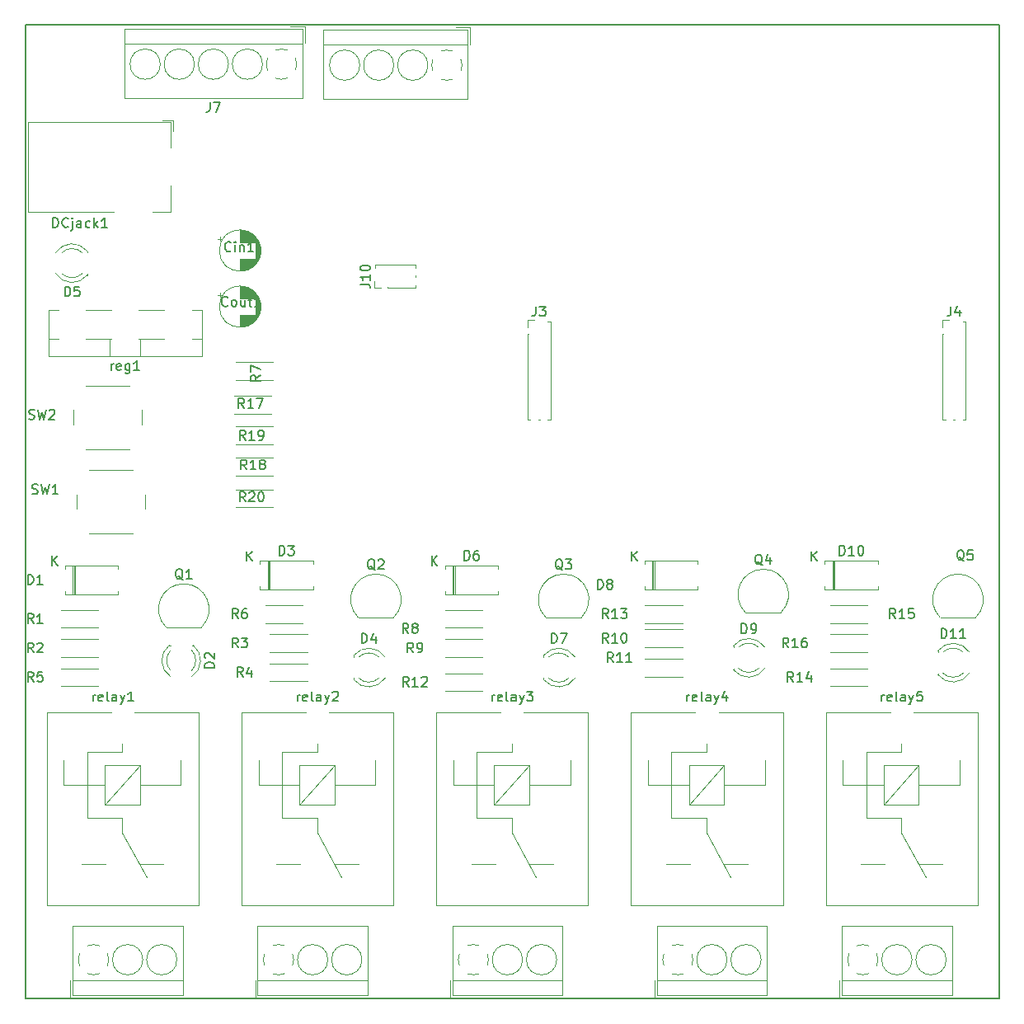
<source format=gbr>
G04 #@! TF.GenerationSoftware,KiCad,Pcbnew,5.0.2-bee76a0~70~ubuntu18.04.1*
G04 #@! TF.CreationDate,2019-05-18T20:43:57+03:00*
G04 #@! TF.ProjectId,IOT_Board,494f545f-426f-4617-9264-2e6b69636164,rev?*
G04 #@! TF.SameCoordinates,Original*
G04 #@! TF.FileFunction,Legend,Top*
G04 #@! TF.FilePolarity,Positive*
%FSLAX46Y46*%
G04 Gerber Fmt 4.6, Leading zero omitted, Abs format (unit mm)*
G04 Created by KiCad (PCBNEW 5.0.2-bee76a0~70~ubuntu18.04.1) date Sat 18 May 2019 08:43:57 PM EAT*
%MOMM*%
%LPD*%
G01*
G04 APERTURE LIST*
%ADD10C,0.150000*%
%ADD11C,0.200000*%
%ADD12C,0.120000*%
G04 APERTURE END LIST*
D10*
X70000000Y-50000000D02*
X70000000Y-150000000D01*
X170000000Y-50000000D02*
X70000000Y-50000000D01*
X170000000Y-150000000D02*
X170000000Y-50000000D01*
X70000000Y-150000000D02*
X170000000Y-150000000D01*
D11*
X170000000Y-50000000D02*
X170000000Y-150000000D01*
X70000000Y-50000000D02*
X170000000Y-50000000D01*
X70000000Y-150000000D02*
X70000000Y-50000000D01*
X70000000Y-150000000D02*
X170000000Y-150000000D01*
D12*
G04 #@! TO.C,Cin1*
X94160000Y-73170000D02*
G75*
G03X94160000Y-73170000I-2120000J0D01*
G01*
X92040000Y-74010000D02*
X92040000Y-75250000D01*
X92040000Y-71090000D02*
X92040000Y-72330000D01*
X92080000Y-74010000D02*
X92080000Y-75250000D01*
X92080000Y-71090000D02*
X92080000Y-72330000D01*
X92120000Y-74010000D02*
X92120000Y-75249000D01*
X92120000Y-71091000D02*
X92120000Y-72330000D01*
X92160000Y-71093000D02*
X92160000Y-72330000D01*
X92160000Y-74010000D02*
X92160000Y-75247000D01*
X92200000Y-71096000D02*
X92200000Y-72330000D01*
X92200000Y-74010000D02*
X92200000Y-75244000D01*
X92240000Y-71099000D02*
X92240000Y-72330000D01*
X92240000Y-74010000D02*
X92240000Y-75241000D01*
X92280000Y-71103000D02*
X92280000Y-72330000D01*
X92280000Y-74010000D02*
X92280000Y-75237000D01*
X92320000Y-71108000D02*
X92320000Y-72330000D01*
X92320000Y-74010000D02*
X92320000Y-75232000D01*
X92360000Y-71114000D02*
X92360000Y-72330000D01*
X92360000Y-74010000D02*
X92360000Y-75226000D01*
X92400000Y-71120000D02*
X92400000Y-72330000D01*
X92400000Y-74010000D02*
X92400000Y-75220000D01*
X92440000Y-71128000D02*
X92440000Y-72330000D01*
X92440000Y-74010000D02*
X92440000Y-75212000D01*
X92480000Y-71136000D02*
X92480000Y-72330000D01*
X92480000Y-74010000D02*
X92480000Y-75204000D01*
X92520000Y-71145000D02*
X92520000Y-72330000D01*
X92520000Y-74010000D02*
X92520000Y-75195000D01*
X92560000Y-71154000D02*
X92560000Y-72330000D01*
X92560000Y-74010000D02*
X92560000Y-75186000D01*
X92600000Y-71165000D02*
X92600000Y-72330000D01*
X92600000Y-74010000D02*
X92600000Y-75175000D01*
X92640000Y-71176000D02*
X92640000Y-72330000D01*
X92640000Y-74010000D02*
X92640000Y-75164000D01*
X92680000Y-71188000D02*
X92680000Y-72330000D01*
X92680000Y-74010000D02*
X92680000Y-75152000D01*
X92720000Y-71202000D02*
X92720000Y-72330000D01*
X92720000Y-74010000D02*
X92720000Y-75138000D01*
X92761000Y-71216000D02*
X92761000Y-72330000D01*
X92761000Y-74010000D02*
X92761000Y-75124000D01*
X92801000Y-71230000D02*
X92801000Y-72330000D01*
X92801000Y-74010000D02*
X92801000Y-75110000D01*
X92841000Y-71246000D02*
X92841000Y-72330000D01*
X92841000Y-74010000D02*
X92841000Y-75094000D01*
X92881000Y-71263000D02*
X92881000Y-72330000D01*
X92881000Y-74010000D02*
X92881000Y-75077000D01*
X92921000Y-71281000D02*
X92921000Y-72330000D01*
X92921000Y-74010000D02*
X92921000Y-75059000D01*
X92961000Y-71300000D02*
X92961000Y-72330000D01*
X92961000Y-74010000D02*
X92961000Y-75040000D01*
X93001000Y-71319000D02*
X93001000Y-72330000D01*
X93001000Y-74010000D02*
X93001000Y-75021000D01*
X93041000Y-71340000D02*
X93041000Y-72330000D01*
X93041000Y-74010000D02*
X93041000Y-75000000D01*
X93081000Y-71362000D02*
X93081000Y-72330000D01*
X93081000Y-74010000D02*
X93081000Y-74978000D01*
X93121000Y-71385000D02*
X93121000Y-72330000D01*
X93121000Y-74010000D02*
X93121000Y-74955000D01*
X93161000Y-71410000D02*
X93161000Y-72330000D01*
X93161000Y-74010000D02*
X93161000Y-74930000D01*
X93201000Y-71435000D02*
X93201000Y-72330000D01*
X93201000Y-74010000D02*
X93201000Y-74905000D01*
X93241000Y-71462000D02*
X93241000Y-72330000D01*
X93241000Y-74010000D02*
X93241000Y-74878000D01*
X93281000Y-71490000D02*
X93281000Y-72330000D01*
X93281000Y-74010000D02*
X93281000Y-74850000D01*
X93321000Y-71520000D02*
X93321000Y-72330000D01*
X93321000Y-74010000D02*
X93321000Y-74820000D01*
X93361000Y-71551000D02*
X93361000Y-72330000D01*
X93361000Y-74010000D02*
X93361000Y-74789000D01*
X93401000Y-71583000D02*
X93401000Y-72330000D01*
X93401000Y-74010000D02*
X93401000Y-74757000D01*
X93441000Y-71618000D02*
X93441000Y-72330000D01*
X93441000Y-74010000D02*
X93441000Y-74722000D01*
X93481000Y-71654000D02*
X93481000Y-72330000D01*
X93481000Y-74010000D02*
X93481000Y-74686000D01*
X93521000Y-71692000D02*
X93521000Y-72330000D01*
X93521000Y-74010000D02*
X93521000Y-74648000D01*
X93561000Y-71732000D02*
X93561000Y-72330000D01*
X93561000Y-74010000D02*
X93561000Y-74608000D01*
X93601000Y-71774000D02*
X93601000Y-72330000D01*
X93601000Y-74010000D02*
X93601000Y-74566000D01*
X93641000Y-71819000D02*
X93641000Y-74521000D01*
X93681000Y-71866000D02*
X93681000Y-74474000D01*
X93721000Y-71916000D02*
X93721000Y-74424000D01*
X93761000Y-71970000D02*
X93761000Y-74370000D01*
X93801000Y-72028000D02*
X93801000Y-74312000D01*
X93841000Y-72090000D02*
X93841000Y-74250000D01*
X93881000Y-72157000D02*
X93881000Y-74183000D01*
X93921000Y-72230000D02*
X93921000Y-74110000D01*
X93961000Y-72311000D02*
X93961000Y-74029000D01*
X94001000Y-72402000D02*
X94001000Y-73938000D01*
X94041000Y-72506000D02*
X94041000Y-73834000D01*
X94081000Y-72633000D02*
X94081000Y-73707000D01*
X94121000Y-72800000D02*
X94121000Y-73540000D01*
X89770199Y-71975000D02*
X90170199Y-71975000D01*
X89970199Y-71775000D02*
X89970199Y-72175000D01*
G04 #@! TO.C,Cout1*
X89970199Y-77535000D02*
X89970199Y-77935000D01*
X89770199Y-77735000D02*
X90170199Y-77735000D01*
X94121000Y-78560000D02*
X94121000Y-79300000D01*
X94081000Y-78393000D02*
X94081000Y-79467000D01*
X94041000Y-78266000D02*
X94041000Y-79594000D01*
X94001000Y-78162000D02*
X94001000Y-79698000D01*
X93961000Y-78071000D02*
X93961000Y-79789000D01*
X93921000Y-77990000D02*
X93921000Y-79870000D01*
X93881000Y-77917000D02*
X93881000Y-79943000D01*
X93841000Y-77850000D02*
X93841000Y-80010000D01*
X93801000Y-77788000D02*
X93801000Y-80072000D01*
X93761000Y-77730000D02*
X93761000Y-80130000D01*
X93721000Y-77676000D02*
X93721000Y-80184000D01*
X93681000Y-77626000D02*
X93681000Y-80234000D01*
X93641000Y-77579000D02*
X93641000Y-80281000D01*
X93601000Y-79770000D02*
X93601000Y-80326000D01*
X93601000Y-77534000D02*
X93601000Y-78090000D01*
X93561000Y-79770000D02*
X93561000Y-80368000D01*
X93561000Y-77492000D02*
X93561000Y-78090000D01*
X93521000Y-79770000D02*
X93521000Y-80408000D01*
X93521000Y-77452000D02*
X93521000Y-78090000D01*
X93481000Y-79770000D02*
X93481000Y-80446000D01*
X93481000Y-77414000D02*
X93481000Y-78090000D01*
X93441000Y-79770000D02*
X93441000Y-80482000D01*
X93441000Y-77378000D02*
X93441000Y-78090000D01*
X93401000Y-79770000D02*
X93401000Y-80517000D01*
X93401000Y-77343000D02*
X93401000Y-78090000D01*
X93361000Y-79770000D02*
X93361000Y-80549000D01*
X93361000Y-77311000D02*
X93361000Y-78090000D01*
X93321000Y-79770000D02*
X93321000Y-80580000D01*
X93321000Y-77280000D02*
X93321000Y-78090000D01*
X93281000Y-79770000D02*
X93281000Y-80610000D01*
X93281000Y-77250000D02*
X93281000Y-78090000D01*
X93241000Y-79770000D02*
X93241000Y-80638000D01*
X93241000Y-77222000D02*
X93241000Y-78090000D01*
X93201000Y-79770000D02*
X93201000Y-80665000D01*
X93201000Y-77195000D02*
X93201000Y-78090000D01*
X93161000Y-79770000D02*
X93161000Y-80690000D01*
X93161000Y-77170000D02*
X93161000Y-78090000D01*
X93121000Y-79770000D02*
X93121000Y-80715000D01*
X93121000Y-77145000D02*
X93121000Y-78090000D01*
X93081000Y-79770000D02*
X93081000Y-80738000D01*
X93081000Y-77122000D02*
X93081000Y-78090000D01*
X93041000Y-79770000D02*
X93041000Y-80760000D01*
X93041000Y-77100000D02*
X93041000Y-78090000D01*
X93001000Y-79770000D02*
X93001000Y-80781000D01*
X93001000Y-77079000D02*
X93001000Y-78090000D01*
X92961000Y-79770000D02*
X92961000Y-80800000D01*
X92961000Y-77060000D02*
X92961000Y-78090000D01*
X92921000Y-79770000D02*
X92921000Y-80819000D01*
X92921000Y-77041000D02*
X92921000Y-78090000D01*
X92881000Y-79770000D02*
X92881000Y-80837000D01*
X92881000Y-77023000D02*
X92881000Y-78090000D01*
X92841000Y-79770000D02*
X92841000Y-80854000D01*
X92841000Y-77006000D02*
X92841000Y-78090000D01*
X92801000Y-79770000D02*
X92801000Y-80870000D01*
X92801000Y-76990000D02*
X92801000Y-78090000D01*
X92761000Y-79770000D02*
X92761000Y-80884000D01*
X92761000Y-76976000D02*
X92761000Y-78090000D01*
X92720000Y-79770000D02*
X92720000Y-80898000D01*
X92720000Y-76962000D02*
X92720000Y-78090000D01*
X92680000Y-79770000D02*
X92680000Y-80912000D01*
X92680000Y-76948000D02*
X92680000Y-78090000D01*
X92640000Y-79770000D02*
X92640000Y-80924000D01*
X92640000Y-76936000D02*
X92640000Y-78090000D01*
X92600000Y-79770000D02*
X92600000Y-80935000D01*
X92600000Y-76925000D02*
X92600000Y-78090000D01*
X92560000Y-79770000D02*
X92560000Y-80946000D01*
X92560000Y-76914000D02*
X92560000Y-78090000D01*
X92520000Y-79770000D02*
X92520000Y-80955000D01*
X92520000Y-76905000D02*
X92520000Y-78090000D01*
X92480000Y-79770000D02*
X92480000Y-80964000D01*
X92480000Y-76896000D02*
X92480000Y-78090000D01*
X92440000Y-79770000D02*
X92440000Y-80972000D01*
X92440000Y-76888000D02*
X92440000Y-78090000D01*
X92400000Y-79770000D02*
X92400000Y-80980000D01*
X92400000Y-76880000D02*
X92400000Y-78090000D01*
X92360000Y-79770000D02*
X92360000Y-80986000D01*
X92360000Y-76874000D02*
X92360000Y-78090000D01*
X92320000Y-79770000D02*
X92320000Y-80992000D01*
X92320000Y-76868000D02*
X92320000Y-78090000D01*
X92280000Y-79770000D02*
X92280000Y-80997000D01*
X92280000Y-76863000D02*
X92280000Y-78090000D01*
X92240000Y-79770000D02*
X92240000Y-81001000D01*
X92240000Y-76859000D02*
X92240000Y-78090000D01*
X92200000Y-79770000D02*
X92200000Y-81004000D01*
X92200000Y-76856000D02*
X92200000Y-78090000D01*
X92160000Y-79770000D02*
X92160000Y-81007000D01*
X92160000Y-76853000D02*
X92160000Y-78090000D01*
X92120000Y-76851000D02*
X92120000Y-78090000D01*
X92120000Y-79770000D02*
X92120000Y-81009000D01*
X92080000Y-76850000D02*
X92080000Y-78090000D01*
X92080000Y-79770000D02*
X92080000Y-81010000D01*
X92040000Y-76850000D02*
X92040000Y-78090000D01*
X92040000Y-79770000D02*
X92040000Y-81010000D01*
X94160000Y-78930000D02*
G75*
G03X94160000Y-78930000I-2120000J0D01*
G01*
G04 #@! TO.C,D1*
X74090000Y-105860000D02*
X74090000Y-105530000D01*
X74090000Y-105530000D02*
X79530000Y-105530000D01*
X79530000Y-105530000D02*
X79530000Y-105860000D01*
X74090000Y-108140000D02*
X74090000Y-108470000D01*
X74090000Y-108470000D02*
X79530000Y-108470000D01*
X79530000Y-108470000D02*
X79530000Y-108140000D01*
X74990000Y-105530000D02*
X74990000Y-108470000D01*
X75110000Y-105530000D02*
X75110000Y-108470000D01*
X74870000Y-105530000D02*
X74870000Y-108470000D01*
G04 #@! TO.C,D2*
X87078608Y-116942335D02*
G75*
G03X87235516Y-113710000I-1078608J1672335D01*
G01*
X84921392Y-116942335D02*
G75*
G02X84764484Y-113710000I1078608J1672335D01*
G01*
X87079837Y-116311130D02*
G75*
G03X87080000Y-114229039I-1079837J1041130D01*
G01*
X84920163Y-116311130D02*
G75*
G02X84920000Y-114229039I1079837J1041130D01*
G01*
X87236000Y-113710000D02*
X87080000Y-113710000D01*
X84920000Y-113710000D02*
X84764000Y-113710000D01*
G04 #@! TO.C,D3*
X94090000Y-105360000D02*
X94090000Y-105030000D01*
X94090000Y-105030000D02*
X99530000Y-105030000D01*
X99530000Y-105030000D02*
X99530000Y-105360000D01*
X94090000Y-107640000D02*
X94090000Y-107970000D01*
X94090000Y-107970000D02*
X99530000Y-107970000D01*
X99530000Y-107970000D02*
X99530000Y-107640000D01*
X94990000Y-105030000D02*
X94990000Y-107970000D01*
X95110000Y-105030000D02*
X95110000Y-107970000D01*
X94870000Y-105030000D02*
X94870000Y-107970000D01*
G04 #@! TO.C,D4*
X103710000Y-117080000D02*
X103710000Y-117236000D01*
X103710000Y-114764000D02*
X103710000Y-114920000D01*
X106311130Y-117079837D02*
G75*
G02X104229039Y-117080000I-1041130J1079837D01*
G01*
X106311130Y-114920163D02*
G75*
G03X104229039Y-114920000I-1041130J-1079837D01*
G01*
X106942335Y-117078608D02*
G75*
G02X103710000Y-117235516I-1672335J1078608D01*
G01*
X106942335Y-114921392D02*
G75*
G03X103710000Y-114764484I-1672335J-1078608D01*
G01*
G04 #@! TO.C,D5*
X76350000Y-73390000D02*
X76350000Y-73234000D01*
X76350000Y-75706000D02*
X76350000Y-75550000D01*
X73748870Y-73390163D02*
G75*
G02X75830961Y-73390000I1041130J-1079837D01*
G01*
X73748870Y-75549837D02*
G75*
G03X75830961Y-75550000I1041130J1079837D01*
G01*
X73117665Y-73391392D02*
G75*
G02X76350000Y-73234484I1672335J-1078608D01*
G01*
X73117665Y-75548608D02*
G75*
G03X76350000Y-75705516I1672335J1078608D01*
G01*
G04 #@! TO.C,D6*
X113870000Y-105530000D02*
X113870000Y-108470000D01*
X114110000Y-105530000D02*
X114110000Y-108470000D01*
X113990000Y-105530000D02*
X113990000Y-108470000D01*
X118530000Y-108470000D02*
X118530000Y-108140000D01*
X113090000Y-108470000D02*
X118530000Y-108470000D01*
X113090000Y-108140000D02*
X113090000Y-108470000D01*
X118530000Y-105530000D02*
X118530000Y-105860000D01*
X113090000Y-105530000D02*
X118530000Y-105530000D01*
X113090000Y-105860000D02*
X113090000Y-105530000D01*
G04 #@! TO.C,D7*
X126442335Y-114921392D02*
G75*
G03X123210000Y-114764484I-1672335J-1078608D01*
G01*
X126442335Y-117078608D02*
G75*
G02X123210000Y-117235516I-1672335J1078608D01*
G01*
X125811130Y-114920163D02*
G75*
G03X123729039Y-114920000I-1041130J-1079837D01*
G01*
X125811130Y-117079837D02*
G75*
G02X123729039Y-117080000I-1041130J1079837D01*
G01*
X123210000Y-114764000D02*
X123210000Y-114920000D01*
X123210000Y-117080000D02*
X123210000Y-117236000D01*
G04 #@! TO.C,D8*
X134370000Y-105030000D02*
X134370000Y-107970000D01*
X134610000Y-105030000D02*
X134610000Y-107970000D01*
X134490000Y-105030000D02*
X134490000Y-107970000D01*
X139030000Y-107970000D02*
X139030000Y-107640000D01*
X133590000Y-107970000D02*
X139030000Y-107970000D01*
X133590000Y-107640000D02*
X133590000Y-107970000D01*
X139030000Y-105030000D02*
X139030000Y-105360000D01*
X133590000Y-105030000D02*
X139030000Y-105030000D01*
X133590000Y-105360000D02*
X133590000Y-105030000D01*
G04 #@! TO.C,D9*
X145942335Y-113921392D02*
G75*
G03X142710000Y-113764484I-1672335J-1078608D01*
G01*
X145942335Y-116078608D02*
G75*
G02X142710000Y-116235516I-1672335J1078608D01*
G01*
X145311130Y-113920163D02*
G75*
G03X143229039Y-113920000I-1041130J-1079837D01*
G01*
X145311130Y-116079837D02*
G75*
G02X143229039Y-116080000I-1041130J1079837D01*
G01*
X142710000Y-113764000D02*
X142710000Y-113920000D01*
X142710000Y-116080000D02*
X142710000Y-116236000D01*
G04 #@! TO.C,D10*
X152090000Y-105360000D02*
X152090000Y-105030000D01*
X152090000Y-105030000D02*
X157530000Y-105030000D01*
X157530000Y-105030000D02*
X157530000Y-105360000D01*
X152090000Y-107640000D02*
X152090000Y-107970000D01*
X152090000Y-107970000D02*
X157530000Y-107970000D01*
X157530000Y-107970000D02*
X157530000Y-107640000D01*
X152990000Y-105030000D02*
X152990000Y-107970000D01*
X153110000Y-105030000D02*
X153110000Y-107970000D01*
X152870000Y-105030000D02*
X152870000Y-107970000D01*
G04 #@! TO.C,D11*
X163710000Y-116580000D02*
X163710000Y-116736000D01*
X163710000Y-114264000D02*
X163710000Y-114420000D01*
X166311130Y-116579837D02*
G75*
G02X164229039Y-116580000I-1041130J1079837D01*
G01*
X166311130Y-114420163D02*
G75*
G03X164229039Y-114420000I-1041130J-1079837D01*
G01*
X166942335Y-116578608D02*
G75*
G02X163710000Y-116735516I-1672335J1078608D01*
G01*
X166942335Y-114421392D02*
G75*
G03X163710000Y-114264484I-1672335J-1078608D01*
G01*
G04 #@! TO.C,DCjack1*
X85140000Y-60870000D02*
X85140000Y-59820000D01*
X84090000Y-59820000D02*
X85140000Y-59820000D01*
X79040000Y-69220000D02*
X70240000Y-69220000D01*
X70240000Y-69220000D02*
X70240000Y-60020000D01*
X84940000Y-66520000D02*
X84940000Y-69220000D01*
X84940000Y-69220000D02*
X83040000Y-69220000D01*
X70240000Y-60020000D02*
X84940000Y-60020000D01*
X84940000Y-60020000D02*
X84940000Y-62620000D01*
G04 #@! TO.C,J1*
X74600000Y-149900000D02*
X76100000Y-149900000D01*
X74600000Y-148160000D02*
X74600000Y-149900000D01*
X86160000Y-142540000D02*
X86160000Y-149660000D01*
X74840000Y-142540000D02*
X74840000Y-149660000D01*
X74840000Y-149660000D02*
X86160000Y-149660000D01*
X74840000Y-142540000D02*
X86160000Y-142540000D01*
X74840000Y-148100000D02*
X86160000Y-148100000D01*
X85555000Y-146000000D02*
G75*
G03X85555000Y-146000000I-1555000J0D01*
G01*
X82055000Y-146000000D02*
G75*
G03X82055000Y-146000000I-1555000J0D01*
G01*
X77027011Y-147555492D02*
G75*
G02X76392000Y-147432000I-27011J1555492D01*
G01*
X75567891Y-146607742D02*
G75*
G02X75568000Y-145392000I1432109J607742D01*
G01*
X76392258Y-144567891D02*
G75*
G02X77608000Y-144568000I607742J-1432109D01*
G01*
X78432109Y-145392258D02*
G75*
G02X78432000Y-146608000I-1432109J-607742D01*
G01*
X77607587Y-147431385D02*
G75*
G02X77000000Y-147555000I-607587J1431385D01*
G01*
G04 #@! TO.C,J2*
X96607587Y-147431385D02*
G75*
G02X96000000Y-147555000I-607587J1431385D01*
G01*
X97432109Y-145392258D02*
G75*
G02X97432000Y-146608000I-1432109J-607742D01*
G01*
X95392258Y-144567891D02*
G75*
G02X96608000Y-144568000I607742J-1432109D01*
G01*
X94567891Y-146607742D02*
G75*
G02X94568000Y-145392000I1432109J607742D01*
G01*
X96027011Y-147555492D02*
G75*
G02X95392000Y-147432000I-27011J1555492D01*
G01*
X101055000Y-146000000D02*
G75*
G03X101055000Y-146000000I-1555000J0D01*
G01*
X104555000Y-146000000D02*
G75*
G03X104555000Y-146000000I-1555000J0D01*
G01*
X93840000Y-148100000D02*
X105160000Y-148100000D01*
X93840000Y-142540000D02*
X105160000Y-142540000D01*
X93840000Y-149660000D02*
X105160000Y-149660000D01*
X93840000Y-142540000D02*
X93840000Y-149660000D01*
X105160000Y-142540000D02*
X105160000Y-149660000D01*
X93600000Y-148160000D02*
X93600000Y-149900000D01*
X93600000Y-149900000D02*
X95100000Y-149900000D01*
G04 #@! TO.C,J3*
X121544000Y-90580700D02*
X121859507Y-90580700D01*
X123648493Y-90580700D02*
X123964000Y-90580700D01*
X122648493Y-90580700D02*
X122859507Y-90580700D01*
X121544000Y-81705700D02*
X121544000Y-90580700D01*
X123964000Y-80460700D02*
X123964000Y-90580700D01*
X121544000Y-81705700D02*
X121645724Y-81705700D01*
X123648493Y-80460700D02*
X123964000Y-80460700D01*
X121544000Y-81020700D02*
X121544000Y-80335700D01*
X121544000Y-80335700D02*
X122254000Y-80335700D01*
G04 #@! TO.C,J4*
X164154000Y-80335700D02*
X164864000Y-80335700D01*
X164154000Y-81020700D02*
X164154000Y-80335700D01*
X166258493Y-80460700D02*
X166574000Y-80460700D01*
X164154000Y-81705700D02*
X164255724Y-81705700D01*
X166574000Y-80460700D02*
X166574000Y-90580700D01*
X164154000Y-81705700D02*
X164154000Y-90580700D01*
X165258493Y-90580700D02*
X165469507Y-90580700D01*
X166258493Y-90580700D02*
X166574000Y-90580700D01*
X164154000Y-90580700D02*
X164469507Y-90580700D01*
G04 #@! TO.C,J5*
X113600000Y-149900000D02*
X115100000Y-149900000D01*
X113600000Y-148160000D02*
X113600000Y-149900000D01*
X125160000Y-142540000D02*
X125160000Y-149660000D01*
X113840000Y-142540000D02*
X113840000Y-149660000D01*
X113840000Y-149660000D02*
X125160000Y-149660000D01*
X113840000Y-142540000D02*
X125160000Y-142540000D01*
X113840000Y-148100000D02*
X125160000Y-148100000D01*
X124555000Y-146000000D02*
G75*
G03X124555000Y-146000000I-1555000J0D01*
G01*
X121055000Y-146000000D02*
G75*
G03X121055000Y-146000000I-1555000J0D01*
G01*
X116027011Y-147555492D02*
G75*
G02X115392000Y-147432000I-27011J1555492D01*
G01*
X114567891Y-146607742D02*
G75*
G02X114568000Y-145392000I1432109J607742D01*
G01*
X115392258Y-144567891D02*
G75*
G02X116608000Y-144568000I607742J-1432109D01*
G01*
X117432109Y-145392258D02*
G75*
G02X117432000Y-146608000I-1432109J-607742D01*
G01*
X116607587Y-147431385D02*
G75*
G02X116000000Y-147555000I-607587J1431385D01*
G01*
G04 #@! TO.C,J6*
X137607587Y-147431385D02*
G75*
G02X137000000Y-147555000I-607587J1431385D01*
G01*
X138432109Y-145392258D02*
G75*
G02X138432000Y-146608000I-1432109J-607742D01*
G01*
X136392258Y-144567891D02*
G75*
G02X137608000Y-144568000I607742J-1432109D01*
G01*
X135567891Y-146607742D02*
G75*
G02X135568000Y-145392000I1432109J607742D01*
G01*
X137027011Y-147555492D02*
G75*
G02X136392000Y-147432000I-27011J1555492D01*
G01*
X142055000Y-146000000D02*
G75*
G03X142055000Y-146000000I-1555000J0D01*
G01*
X145555000Y-146000000D02*
G75*
G03X145555000Y-146000000I-1555000J0D01*
G01*
X134840000Y-148100000D02*
X146160000Y-148100000D01*
X134840000Y-142540000D02*
X146160000Y-142540000D01*
X134840000Y-149660000D02*
X146160000Y-149660000D01*
X134840000Y-142540000D02*
X134840000Y-149660000D01*
X146160000Y-142540000D02*
X146160000Y-149660000D01*
X134600000Y-148160000D02*
X134600000Y-149900000D01*
X134600000Y-149900000D02*
X136100000Y-149900000D01*
G04 #@! TO.C,J7*
X95692413Y-52608615D02*
G75*
G02X96300000Y-52485000I607587J-1431385D01*
G01*
X94867891Y-54647742D02*
G75*
G02X94868000Y-53432000I1432109J607742D01*
G01*
X96907742Y-55472109D02*
G75*
G02X95692000Y-55472000I-607742J1432109D01*
G01*
X97732109Y-53432258D02*
G75*
G02X97732000Y-54648000I-1432109J-607742D01*
G01*
X96272989Y-52484508D02*
G75*
G02X96908000Y-52608000I27011J-1555492D01*
G01*
X94355000Y-54040000D02*
G75*
G03X94355000Y-54040000I-1555000J0D01*
G01*
X90855000Y-54040000D02*
G75*
G03X90855000Y-54040000I-1555000J0D01*
G01*
X87355000Y-54040000D02*
G75*
G03X87355000Y-54040000I-1555000J0D01*
G01*
X83855000Y-54040000D02*
G75*
G03X83855000Y-54040000I-1555000J0D01*
G01*
X98460000Y-51940000D02*
X80140000Y-51940000D01*
X98460000Y-57500000D02*
X80140000Y-57500000D01*
X98460000Y-50380000D02*
X80140000Y-50380000D01*
X98460000Y-57500000D02*
X98460000Y-50380000D01*
X80140000Y-57500000D02*
X80140000Y-50380000D01*
X98700000Y-51880000D02*
X98700000Y-50140000D01*
X98700000Y-50140000D02*
X97200000Y-50140000D01*
G04 #@! TO.C,J8*
X156607587Y-147431385D02*
G75*
G02X156000000Y-147555000I-607587J1431385D01*
G01*
X157432109Y-145392258D02*
G75*
G02X157432000Y-146608000I-1432109J-607742D01*
G01*
X155392258Y-144567891D02*
G75*
G02X156608000Y-144568000I607742J-1432109D01*
G01*
X154567891Y-146607742D02*
G75*
G02X154568000Y-145392000I1432109J607742D01*
G01*
X156027011Y-147555492D02*
G75*
G02X155392000Y-147432000I-27011J1555492D01*
G01*
X161055000Y-146000000D02*
G75*
G03X161055000Y-146000000I-1555000J0D01*
G01*
X164555000Y-146000000D02*
G75*
G03X164555000Y-146000000I-1555000J0D01*
G01*
X153840000Y-148100000D02*
X165160000Y-148100000D01*
X153840000Y-142540000D02*
X165160000Y-142540000D01*
X153840000Y-149660000D02*
X165160000Y-149660000D01*
X153840000Y-142540000D02*
X153840000Y-149660000D01*
X165160000Y-142540000D02*
X165160000Y-149660000D01*
X153600000Y-148160000D02*
X153600000Y-149900000D01*
X153600000Y-149900000D02*
X155100000Y-149900000D01*
G04 #@! TO.C,J9*
X112672413Y-52708615D02*
G75*
G02X113280000Y-52585000I607587J-1431385D01*
G01*
X111847891Y-54747742D02*
G75*
G02X111848000Y-53532000I1432109J607742D01*
G01*
X113887742Y-55572109D02*
G75*
G02X112672000Y-55572000I-607742J1432109D01*
G01*
X114712109Y-53532258D02*
G75*
G02X114712000Y-54748000I-1432109J-607742D01*
G01*
X113252989Y-52584508D02*
G75*
G02X113888000Y-52708000I27011J-1555492D01*
G01*
X111335000Y-54140000D02*
G75*
G03X111335000Y-54140000I-1555000J0D01*
G01*
X107835000Y-54140000D02*
G75*
G03X107835000Y-54140000I-1555000J0D01*
G01*
X104335000Y-54140000D02*
G75*
G03X104335000Y-54140000I-1555000J0D01*
G01*
X115440000Y-52040000D02*
X100620000Y-52040000D01*
X115440000Y-57600000D02*
X100620000Y-57600000D01*
X115440000Y-50480000D02*
X100620000Y-50480000D01*
X115440000Y-57600000D02*
X115440000Y-50480000D01*
X100620000Y-57600000D02*
X100620000Y-50480000D01*
X115680000Y-51980000D02*
X115680000Y-50240000D01*
X115680000Y-50240000D02*
X114180000Y-50240000D01*
G04 #@! TO.C,J10*
X110050000Y-77030000D02*
X110050000Y-76714493D01*
X110050000Y-74925507D02*
X110050000Y-74610000D01*
X110050000Y-75925507D02*
X110050000Y-75714493D01*
X107175000Y-77030000D02*
X110050000Y-77030000D01*
X105930000Y-74610000D02*
X110050000Y-74610000D01*
X107175000Y-77030000D02*
X107175000Y-76928276D01*
X105930000Y-74925507D02*
X105930000Y-74610000D01*
X106490000Y-77030000D02*
X105805000Y-77030000D01*
X105805000Y-77030000D02*
X105805000Y-76320000D01*
G04 #@! TO.C,Q1*
X84470000Y-111850000D02*
X88070000Y-111850000D01*
X84431522Y-111838478D02*
G75*
G02X86270000Y-107400000I1838478J1838478D01*
G01*
X88108478Y-111838478D02*
G75*
G03X86270000Y-107400000I-1838478J1838478D01*
G01*
G04 #@! TO.C,Q2*
X104200000Y-110850000D02*
X107800000Y-110850000D01*
X104161522Y-110838478D02*
G75*
G02X106000000Y-106400000I1838478J1838478D01*
G01*
X107838478Y-110838478D02*
G75*
G03X106000000Y-106400000I-1838478J1838478D01*
G01*
G04 #@! TO.C,Q3*
X127108478Y-110838478D02*
G75*
G03X125270000Y-106400000I-1838478J1838478D01*
G01*
X123431522Y-110838478D02*
G75*
G02X125270000Y-106400000I1838478J1838478D01*
G01*
X123470000Y-110850000D02*
X127070000Y-110850000D01*
G04 #@! TO.C,Q4*
X147608478Y-110338478D02*
G75*
G03X145770000Y-105900000I-1838478J1838478D01*
G01*
X143931522Y-110338478D02*
G75*
G02X145770000Y-105900000I1838478J1838478D01*
G01*
X143970000Y-110350000D02*
X147570000Y-110350000D01*
G04 #@! TO.C,Q5*
X163970000Y-110850000D02*
X167570000Y-110850000D01*
X163931522Y-110838478D02*
G75*
G02X165770000Y-106400000I1838478J1838478D01*
G01*
X167608478Y-110838478D02*
G75*
G03X165770000Y-106400000I-1838478J1838478D01*
G01*
G04 #@! TO.C,R1*
X73620000Y-111920000D02*
X77460000Y-111920000D01*
X73620000Y-110080000D02*
X77460000Y-110080000D01*
G04 #@! TO.C,R2*
X73620000Y-113080000D02*
X77460000Y-113080000D01*
X73620000Y-114920000D02*
X77460000Y-114920000D01*
G04 #@! TO.C,R3*
X95120000Y-114420000D02*
X98960000Y-114420000D01*
X95120000Y-112580000D02*
X98960000Y-112580000D01*
G04 #@! TO.C,R4*
X95120000Y-115580000D02*
X98960000Y-115580000D01*
X95120000Y-117420000D02*
X98960000Y-117420000D01*
G04 #@! TO.C,R5*
X73620000Y-117920000D02*
X77460000Y-117920000D01*
X73620000Y-116080000D02*
X77460000Y-116080000D01*
G04 #@! TO.C,R6*
X94620000Y-111420000D02*
X98460000Y-111420000D01*
X94620000Y-109580000D02*
X98460000Y-109580000D01*
G04 #@! TO.C,R7*
X95440000Y-86480000D02*
X91600000Y-86480000D01*
X95440000Y-84640000D02*
X91600000Y-84640000D01*
G04 #@! TO.C,R8*
X113120000Y-110080000D02*
X116960000Y-110080000D01*
X113120000Y-111920000D02*
X116960000Y-111920000D01*
G04 #@! TO.C,R9*
X113120000Y-113080000D02*
X116960000Y-113080000D01*
X113120000Y-114920000D02*
X116960000Y-114920000D01*
G04 #@! TO.C,R10*
X133620000Y-113920000D02*
X137460000Y-113920000D01*
X133620000Y-112080000D02*
X137460000Y-112080000D01*
G04 #@! TO.C,R11*
X133620000Y-115080000D02*
X137460000Y-115080000D01*
X133620000Y-116920000D02*
X137460000Y-116920000D01*
G04 #@! TO.C,R12*
X113120000Y-118420000D02*
X116960000Y-118420000D01*
X113120000Y-116580000D02*
X116960000Y-116580000D01*
G04 #@! TO.C,R13*
X133620000Y-111420000D02*
X137460000Y-111420000D01*
X133620000Y-109580000D02*
X137460000Y-109580000D01*
G04 #@! TO.C,R14*
X152620000Y-116080000D02*
X156460000Y-116080000D01*
X152620000Y-117920000D02*
X156460000Y-117920000D01*
G04 #@! TO.C,R15*
X152620000Y-111420000D02*
X156460000Y-111420000D01*
X152620000Y-109580000D02*
X156460000Y-109580000D01*
G04 #@! TO.C,R16*
X152620000Y-112580000D02*
X156460000Y-112580000D01*
X152620000Y-114420000D02*
X156460000Y-114420000D01*
G04 #@! TO.C,R17*
X91450000Y-89940000D02*
X95290000Y-89940000D01*
X91450000Y-88100000D02*
X95290000Y-88100000D01*
G04 #@! TO.C,R18*
X91580000Y-94420000D02*
X95420000Y-94420000D01*
X91580000Y-96260000D02*
X95420000Y-96260000D01*
G04 #@! TO.C,R19*
X91580000Y-91260000D02*
X95420000Y-91260000D01*
X91580000Y-93100000D02*
X95420000Y-93100000D01*
G04 #@! TO.C,R20*
X91580000Y-99550000D02*
X95420000Y-99550000D01*
X91580000Y-97710000D02*
X95420000Y-97710000D01*
G04 #@! TO.C,reg1*
X88100000Y-84010000D02*
X72360000Y-84010000D01*
X88100000Y-79270000D02*
X87080000Y-79270000D01*
X84280000Y-79270000D02*
X81629000Y-79270000D01*
X78830000Y-79270000D02*
X76180000Y-79270000D01*
X73380000Y-79270000D02*
X72360000Y-79270000D01*
X88100000Y-84010000D02*
X88100000Y-79270000D01*
X72360000Y-84010000D02*
X72360000Y-79270000D01*
X88100000Y-82270000D02*
X87080000Y-82270000D01*
X84280000Y-82270000D02*
X81629000Y-82270000D01*
X78830000Y-82270000D02*
X76180000Y-82270000D01*
X73380000Y-82270000D02*
X72360000Y-82270000D01*
X81830000Y-84010000D02*
X81830000Y-82270000D01*
X78629000Y-84010000D02*
X78629000Y-82270000D01*
G04 #@! TO.C,relay1*
X78800000Y-120600000D02*
X72200000Y-120600000D01*
X87800000Y-120600000D02*
X81200000Y-120600000D01*
X87800000Y-120600000D02*
X87800000Y-140400000D01*
X87800000Y-140400000D02*
X72200000Y-140400000D01*
X72200000Y-140400000D02*
X72200000Y-120600000D01*
X75800000Y-136150000D02*
X78250000Y-136150000D01*
X84200000Y-136150000D02*
X81700000Y-136150000D01*
X73950000Y-125550000D02*
X73950000Y-128050000D01*
X79950000Y-124650000D02*
X79950000Y-123850000D01*
X85950000Y-128050000D02*
X85950000Y-125550000D01*
X79950000Y-131450000D02*
X79950000Y-132950000D01*
X79950000Y-132950000D02*
X82450000Y-137550000D01*
X76350000Y-131450000D02*
X76350000Y-124650000D01*
X79950000Y-131450000D02*
X76350000Y-131450000D01*
X79950000Y-124650000D02*
X76350000Y-124650000D01*
X85950000Y-128050000D02*
X81750000Y-128050000D01*
X78150000Y-128050000D02*
X73950000Y-128050000D01*
X78150000Y-130050000D02*
X81750000Y-126050000D01*
X78150000Y-126050000D02*
X81750000Y-126050000D01*
X81750000Y-126050000D02*
X81750000Y-130050000D01*
X81750000Y-130050000D02*
X78150000Y-130050000D01*
X78150000Y-130050000D02*
X78150000Y-126050000D01*
G04 #@! TO.C,relay2*
X98150000Y-130050000D02*
X98150000Y-126050000D01*
X101750000Y-130050000D02*
X98150000Y-130050000D01*
X101750000Y-126050000D02*
X101750000Y-130050000D01*
X98150000Y-126050000D02*
X101750000Y-126050000D01*
X98150000Y-130050000D02*
X101750000Y-126050000D01*
X98150000Y-128050000D02*
X93950000Y-128050000D01*
X105950000Y-128050000D02*
X101750000Y-128050000D01*
X99950000Y-124650000D02*
X96350000Y-124650000D01*
X99950000Y-131450000D02*
X96350000Y-131450000D01*
X96350000Y-131450000D02*
X96350000Y-124650000D01*
X99950000Y-132950000D02*
X102450000Y-137550000D01*
X99950000Y-131450000D02*
X99950000Y-132950000D01*
X105950000Y-128050000D02*
X105950000Y-125550000D01*
X99950000Y-124650000D02*
X99950000Y-123850000D01*
X93950000Y-125550000D02*
X93950000Y-128050000D01*
X104200000Y-136150000D02*
X101700000Y-136150000D01*
X95800000Y-136150000D02*
X98250000Y-136150000D01*
X92200000Y-140400000D02*
X92200000Y-120600000D01*
X107800000Y-140400000D02*
X92200000Y-140400000D01*
X107800000Y-120600000D02*
X107800000Y-140400000D01*
X107800000Y-120600000D02*
X101200000Y-120600000D01*
X98800000Y-120600000D02*
X92200000Y-120600000D01*
G04 #@! TO.C,relay3*
X118150000Y-130050000D02*
X118150000Y-126050000D01*
X121750000Y-130050000D02*
X118150000Y-130050000D01*
X121750000Y-126050000D02*
X121750000Y-130050000D01*
X118150000Y-126050000D02*
X121750000Y-126050000D01*
X118150000Y-130050000D02*
X121750000Y-126050000D01*
X118150000Y-128050000D02*
X113950000Y-128050000D01*
X125950000Y-128050000D02*
X121750000Y-128050000D01*
X119950000Y-124650000D02*
X116350000Y-124650000D01*
X119950000Y-131450000D02*
X116350000Y-131450000D01*
X116350000Y-131450000D02*
X116350000Y-124650000D01*
X119950000Y-132950000D02*
X122450000Y-137550000D01*
X119950000Y-131450000D02*
X119950000Y-132950000D01*
X125950000Y-128050000D02*
X125950000Y-125550000D01*
X119950000Y-124650000D02*
X119950000Y-123850000D01*
X113950000Y-125550000D02*
X113950000Y-128050000D01*
X124200000Y-136150000D02*
X121700000Y-136150000D01*
X115800000Y-136150000D02*
X118250000Y-136150000D01*
X112200000Y-140400000D02*
X112200000Y-120600000D01*
X127800000Y-140400000D02*
X112200000Y-140400000D01*
X127800000Y-120600000D02*
X127800000Y-140400000D01*
X127800000Y-120600000D02*
X121200000Y-120600000D01*
X118800000Y-120600000D02*
X112200000Y-120600000D01*
G04 #@! TO.C,relay4*
X138800000Y-120600000D02*
X132200000Y-120600000D01*
X147800000Y-120600000D02*
X141200000Y-120600000D01*
X147800000Y-120600000D02*
X147800000Y-140400000D01*
X147800000Y-140400000D02*
X132200000Y-140400000D01*
X132200000Y-140400000D02*
X132200000Y-120600000D01*
X135800000Y-136150000D02*
X138250000Y-136150000D01*
X144200000Y-136150000D02*
X141700000Y-136150000D01*
X133950000Y-125550000D02*
X133950000Y-128050000D01*
X139950000Y-124650000D02*
X139950000Y-123850000D01*
X145950000Y-128050000D02*
X145950000Y-125550000D01*
X139950000Y-131450000D02*
X139950000Y-132950000D01*
X139950000Y-132950000D02*
X142450000Y-137550000D01*
X136350000Y-131450000D02*
X136350000Y-124650000D01*
X139950000Y-131450000D02*
X136350000Y-131450000D01*
X139950000Y-124650000D02*
X136350000Y-124650000D01*
X145950000Y-128050000D02*
X141750000Y-128050000D01*
X138150000Y-128050000D02*
X133950000Y-128050000D01*
X138150000Y-130050000D02*
X141750000Y-126050000D01*
X138150000Y-126050000D02*
X141750000Y-126050000D01*
X141750000Y-126050000D02*
X141750000Y-130050000D01*
X141750000Y-130050000D02*
X138150000Y-130050000D01*
X138150000Y-130050000D02*
X138150000Y-126050000D01*
G04 #@! TO.C,relay5*
X158800000Y-120600000D02*
X152200000Y-120600000D01*
X167800000Y-120600000D02*
X161200000Y-120600000D01*
X167800000Y-120600000D02*
X167800000Y-140400000D01*
X167800000Y-140400000D02*
X152200000Y-140400000D01*
X152200000Y-140400000D02*
X152200000Y-120600000D01*
X155800000Y-136150000D02*
X158250000Y-136150000D01*
X164200000Y-136150000D02*
X161700000Y-136150000D01*
X153950000Y-125550000D02*
X153950000Y-128050000D01*
X159950000Y-124650000D02*
X159950000Y-123850000D01*
X165950000Y-128050000D02*
X165950000Y-125550000D01*
X159950000Y-131450000D02*
X159950000Y-132950000D01*
X159950000Y-132950000D02*
X162450000Y-137550000D01*
X156350000Y-131450000D02*
X156350000Y-124650000D01*
X159950000Y-131450000D02*
X156350000Y-131450000D01*
X159950000Y-124650000D02*
X156350000Y-124650000D01*
X165950000Y-128050000D02*
X161750000Y-128050000D01*
X158150000Y-128050000D02*
X153950000Y-128050000D01*
X158150000Y-130050000D02*
X161750000Y-126050000D01*
X158150000Y-126050000D02*
X161750000Y-126050000D01*
X161750000Y-126050000D02*
X161750000Y-130050000D01*
X161750000Y-130050000D02*
X158150000Y-130050000D01*
X158150000Y-130050000D02*
X158150000Y-126050000D01*
G04 #@! TO.C,SW1*
X82270000Y-99720000D02*
X82270000Y-98220000D01*
X81020000Y-95720000D02*
X76520000Y-95720000D01*
X75270000Y-98220000D02*
X75270000Y-99720000D01*
X76520000Y-102220000D02*
X81020000Y-102220000D01*
G04 #@! TO.C,SW2*
X76190000Y-93560000D02*
X80690000Y-93560000D01*
X74940000Y-89560000D02*
X74940000Y-91060000D01*
X80690000Y-87060000D02*
X76190000Y-87060000D01*
X81940000Y-91060000D02*
X81940000Y-89560000D01*
G04 #@! TD*
G04 #@! TO.C,Cin1*
D10*
X91092857Y-73187142D02*
X91045238Y-73234761D01*
X90902380Y-73282380D01*
X90807142Y-73282380D01*
X90664285Y-73234761D01*
X90569047Y-73139523D01*
X90521428Y-73044285D01*
X90473809Y-72853809D01*
X90473809Y-72710952D01*
X90521428Y-72520476D01*
X90569047Y-72425238D01*
X90664285Y-72330000D01*
X90807142Y-72282380D01*
X90902380Y-72282380D01*
X91045238Y-72330000D01*
X91092857Y-72377619D01*
X91521428Y-73282380D02*
X91521428Y-72615714D01*
X91521428Y-72282380D02*
X91473809Y-72330000D01*
X91521428Y-72377619D01*
X91569047Y-72330000D01*
X91521428Y-72282380D01*
X91521428Y-72377619D01*
X91997619Y-72615714D02*
X91997619Y-73282380D01*
X91997619Y-72710952D02*
X92045238Y-72663333D01*
X92140476Y-72615714D01*
X92283333Y-72615714D01*
X92378571Y-72663333D01*
X92426190Y-72758571D01*
X92426190Y-73282380D01*
X93426190Y-73282380D02*
X92854761Y-73282380D01*
X93140476Y-73282380D02*
X93140476Y-72282380D01*
X93045238Y-72425238D01*
X92950000Y-72520476D01*
X92854761Y-72568095D01*
G04 #@! TO.C,Cout1*
X90782857Y-78817142D02*
X90735238Y-78864761D01*
X90592380Y-78912380D01*
X90497142Y-78912380D01*
X90354285Y-78864761D01*
X90259047Y-78769523D01*
X90211428Y-78674285D01*
X90163809Y-78483809D01*
X90163809Y-78340952D01*
X90211428Y-78150476D01*
X90259047Y-78055238D01*
X90354285Y-77960000D01*
X90497142Y-77912380D01*
X90592380Y-77912380D01*
X90735238Y-77960000D01*
X90782857Y-78007619D01*
X91354285Y-78912380D02*
X91259047Y-78864761D01*
X91211428Y-78817142D01*
X91163809Y-78721904D01*
X91163809Y-78436190D01*
X91211428Y-78340952D01*
X91259047Y-78293333D01*
X91354285Y-78245714D01*
X91497142Y-78245714D01*
X91592380Y-78293333D01*
X91640000Y-78340952D01*
X91687619Y-78436190D01*
X91687619Y-78721904D01*
X91640000Y-78817142D01*
X91592380Y-78864761D01*
X91497142Y-78912380D01*
X91354285Y-78912380D01*
X92544761Y-78245714D02*
X92544761Y-78912380D01*
X92116190Y-78245714D02*
X92116190Y-78769523D01*
X92163809Y-78864761D01*
X92259047Y-78912380D01*
X92401904Y-78912380D01*
X92497142Y-78864761D01*
X92544761Y-78817142D01*
X92878095Y-78245714D02*
X93259047Y-78245714D01*
X93020952Y-77912380D02*
X93020952Y-78769523D01*
X93068571Y-78864761D01*
X93163809Y-78912380D01*
X93259047Y-78912380D01*
X94116190Y-78912380D02*
X93544761Y-78912380D01*
X93830476Y-78912380D02*
X93830476Y-77912380D01*
X93735238Y-78055238D01*
X93640000Y-78150476D01*
X93544761Y-78198095D01*
G04 #@! TO.C,D1*
X70261904Y-107452380D02*
X70261904Y-106452380D01*
X70500000Y-106452380D01*
X70642857Y-106500000D01*
X70738095Y-106595238D01*
X70785714Y-106690476D01*
X70833333Y-106880952D01*
X70833333Y-107023809D01*
X70785714Y-107214285D01*
X70738095Y-107309523D01*
X70642857Y-107404761D01*
X70500000Y-107452380D01*
X70261904Y-107452380D01*
X71785714Y-107452380D02*
X71214285Y-107452380D01*
X71500000Y-107452380D02*
X71500000Y-106452380D01*
X71404761Y-106595238D01*
X71309523Y-106690476D01*
X71214285Y-106738095D01*
X72738095Y-105552380D02*
X72738095Y-104552380D01*
X73309523Y-105552380D02*
X72880952Y-104980952D01*
X73309523Y-104552380D02*
X72738095Y-105123809D01*
G04 #@! TO.C,D2*
X89412380Y-116008095D02*
X88412380Y-116008095D01*
X88412380Y-115770000D01*
X88460000Y-115627142D01*
X88555238Y-115531904D01*
X88650476Y-115484285D01*
X88840952Y-115436666D01*
X88983809Y-115436666D01*
X89174285Y-115484285D01*
X89269523Y-115531904D01*
X89364761Y-115627142D01*
X89412380Y-115770000D01*
X89412380Y-116008095D01*
X88507619Y-115055714D02*
X88460000Y-115008095D01*
X88412380Y-114912857D01*
X88412380Y-114674761D01*
X88460000Y-114579523D01*
X88507619Y-114531904D01*
X88602857Y-114484285D01*
X88698095Y-114484285D01*
X88840952Y-114531904D01*
X89412380Y-115103333D01*
X89412380Y-114484285D01*
G04 #@! TO.C,D3*
X96071904Y-104482380D02*
X96071904Y-103482380D01*
X96310000Y-103482380D01*
X96452857Y-103530000D01*
X96548095Y-103625238D01*
X96595714Y-103720476D01*
X96643333Y-103910952D01*
X96643333Y-104053809D01*
X96595714Y-104244285D01*
X96548095Y-104339523D01*
X96452857Y-104434761D01*
X96310000Y-104482380D01*
X96071904Y-104482380D01*
X96976666Y-103482380D02*
X97595714Y-103482380D01*
X97262380Y-103863333D01*
X97405238Y-103863333D01*
X97500476Y-103910952D01*
X97548095Y-103958571D01*
X97595714Y-104053809D01*
X97595714Y-104291904D01*
X97548095Y-104387142D01*
X97500476Y-104434761D01*
X97405238Y-104482380D01*
X97119523Y-104482380D01*
X97024285Y-104434761D01*
X96976666Y-104387142D01*
X92738095Y-105052380D02*
X92738095Y-104052380D01*
X93309523Y-105052380D02*
X92880952Y-104480952D01*
X93309523Y-104052380D02*
X92738095Y-104623809D01*
G04 #@! TO.C,D4*
X104531904Y-113492380D02*
X104531904Y-112492380D01*
X104770000Y-112492380D01*
X104912857Y-112540000D01*
X105008095Y-112635238D01*
X105055714Y-112730476D01*
X105103333Y-112920952D01*
X105103333Y-113063809D01*
X105055714Y-113254285D01*
X105008095Y-113349523D01*
X104912857Y-113444761D01*
X104770000Y-113492380D01*
X104531904Y-113492380D01*
X105960476Y-112825714D02*
X105960476Y-113492380D01*
X105722380Y-112444761D02*
X105484285Y-113159047D01*
X106103333Y-113159047D01*
G04 #@! TO.C,D5*
X74051904Y-77882380D02*
X74051904Y-76882380D01*
X74290000Y-76882380D01*
X74432857Y-76930000D01*
X74528095Y-77025238D01*
X74575714Y-77120476D01*
X74623333Y-77310952D01*
X74623333Y-77453809D01*
X74575714Y-77644285D01*
X74528095Y-77739523D01*
X74432857Y-77834761D01*
X74290000Y-77882380D01*
X74051904Y-77882380D01*
X75528095Y-76882380D02*
X75051904Y-76882380D01*
X75004285Y-77358571D01*
X75051904Y-77310952D01*
X75147142Y-77263333D01*
X75385238Y-77263333D01*
X75480476Y-77310952D01*
X75528095Y-77358571D01*
X75575714Y-77453809D01*
X75575714Y-77691904D01*
X75528095Y-77787142D01*
X75480476Y-77834761D01*
X75385238Y-77882380D01*
X75147142Y-77882380D01*
X75051904Y-77834761D01*
X75004285Y-77787142D01*
G04 #@! TO.C,D6*
X115071904Y-104982380D02*
X115071904Y-103982380D01*
X115310000Y-103982380D01*
X115452857Y-104030000D01*
X115548095Y-104125238D01*
X115595714Y-104220476D01*
X115643333Y-104410952D01*
X115643333Y-104553809D01*
X115595714Y-104744285D01*
X115548095Y-104839523D01*
X115452857Y-104934761D01*
X115310000Y-104982380D01*
X115071904Y-104982380D01*
X116500476Y-103982380D02*
X116310000Y-103982380D01*
X116214761Y-104030000D01*
X116167142Y-104077619D01*
X116071904Y-104220476D01*
X116024285Y-104410952D01*
X116024285Y-104791904D01*
X116071904Y-104887142D01*
X116119523Y-104934761D01*
X116214761Y-104982380D01*
X116405238Y-104982380D01*
X116500476Y-104934761D01*
X116548095Y-104887142D01*
X116595714Y-104791904D01*
X116595714Y-104553809D01*
X116548095Y-104458571D01*
X116500476Y-104410952D01*
X116405238Y-104363333D01*
X116214761Y-104363333D01*
X116119523Y-104410952D01*
X116071904Y-104458571D01*
X116024285Y-104553809D01*
X111738095Y-105552380D02*
X111738095Y-104552380D01*
X112309523Y-105552380D02*
X111880952Y-104980952D01*
X112309523Y-104552380D02*
X111738095Y-105123809D01*
G04 #@! TO.C,D7*
X124031904Y-113492380D02*
X124031904Y-112492380D01*
X124270000Y-112492380D01*
X124412857Y-112540000D01*
X124508095Y-112635238D01*
X124555714Y-112730476D01*
X124603333Y-112920952D01*
X124603333Y-113063809D01*
X124555714Y-113254285D01*
X124508095Y-113349523D01*
X124412857Y-113444761D01*
X124270000Y-113492380D01*
X124031904Y-113492380D01*
X124936666Y-112492380D02*
X125603333Y-112492380D01*
X125174761Y-113492380D01*
G04 #@! TO.C,D8*
X128761904Y-107952380D02*
X128761904Y-106952380D01*
X129000000Y-106952380D01*
X129142857Y-107000000D01*
X129238095Y-107095238D01*
X129285714Y-107190476D01*
X129333333Y-107380952D01*
X129333333Y-107523809D01*
X129285714Y-107714285D01*
X129238095Y-107809523D01*
X129142857Y-107904761D01*
X129000000Y-107952380D01*
X128761904Y-107952380D01*
X129904761Y-107380952D02*
X129809523Y-107333333D01*
X129761904Y-107285714D01*
X129714285Y-107190476D01*
X129714285Y-107142857D01*
X129761904Y-107047619D01*
X129809523Y-107000000D01*
X129904761Y-106952380D01*
X130095238Y-106952380D01*
X130190476Y-107000000D01*
X130238095Y-107047619D01*
X130285714Y-107142857D01*
X130285714Y-107190476D01*
X130238095Y-107285714D01*
X130190476Y-107333333D01*
X130095238Y-107380952D01*
X129904761Y-107380952D01*
X129809523Y-107428571D01*
X129761904Y-107476190D01*
X129714285Y-107571428D01*
X129714285Y-107761904D01*
X129761904Y-107857142D01*
X129809523Y-107904761D01*
X129904761Y-107952380D01*
X130095238Y-107952380D01*
X130190476Y-107904761D01*
X130238095Y-107857142D01*
X130285714Y-107761904D01*
X130285714Y-107571428D01*
X130238095Y-107476190D01*
X130190476Y-107428571D01*
X130095238Y-107380952D01*
X132238095Y-105052380D02*
X132238095Y-104052380D01*
X132809523Y-105052380D02*
X132380952Y-104480952D01*
X132809523Y-104052380D02*
X132238095Y-104623809D01*
G04 #@! TO.C,D9*
X143531904Y-112492380D02*
X143531904Y-111492380D01*
X143770000Y-111492380D01*
X143912857Y-111540000D01*
X144008095Y-111635238D01*
X144055714Y-111730476D01*
X144103333Y-111920952D01*
X144103333Y-112063809D01*
X144055714Y-112254285D01*
X144008095Y-112349523D01*
X143912857Y-112444761D01*
X143770000Y-112492380D01*
X143531904Y-112492380D01*
X144579523Y-112492380D02*
X144770000Y-112492380D01*
X144865238Y-112444761D01*
X144912857Y-112397142D01*
X145008095Y-112254285D01*
X145055714Y-112063809D01*
X145055714Y-111682857D01*
X145008095Y-111587619D01*
X144960476Y-111540000D01*
X144865238Y-111492380D01*
X144674761Y-111492380D01*
X144579523Y-111540000D01*
X144531904Y-111587619D01*
X144484285Y-111682857D01*
X144484285Y-111920952D01*
X144531904Y-112016190D01*
X144579523Y-112063809D01*
X144674761Y-112111428D01*
X144865238Y-112111428D01*
X144960476Y-112063809D01*
X145008095Y-112016190D01*
X145055714Y-111920952D01*
G04 #@! TO.C,D10*
X153595714Y-104482380D02*
X153595714Y-103482380D01*
X153833809Y-103482380D01*
X153976666Y-103530000D01*
X154071904Y-103625238D01*
X154119523Y-103720476D01*
X154167142Y-103910952D01*
X154167142Y-104053809D01*
X154119523Y-104244285D01*
X154071904Y-104339523D01*
X153976666Y-104434761D01*
X153833809Y-104482380D01*
X153595714Y-104482380D01*
X155119523Y-104482380D02*
X154548095Y-104482380D01*
X154833809Y-104482380D02*
X154833809Y-103482380D01*
X154738571Y-103625238D01*
X154643333Y-103720476D01*
X154548095Y-103768095D01*
X155738571Y-103482380D02*
X155833809Y-103482380D01*
X155929047Y-103530000D01*
X155976666Y-103577619D01*
X156024285Y-103672857D01*
X156071904Y-103863333D01*
X156071904Y-104101428D01*
X156024285Y-104291904D01*
X155976666Y-104387142D01*
X155929047Y-104434761D01*
X155833809Y-104482380D01*
X155738571Y-104482380D01*
X155643333Y-104434761D01*
X155595714Y-104387142D01*
X155548095Y-104291904D01*
X155500476Y-104101428D01*
X155500476Y-103863333D01*
X155548095Y-103672857D01*
X155595714Y-103577619D01*
X155643333Y-103530000D01*
X155738571Y-103482380D01*
X150738095Y-105052380D02*
X150738095Y-104052380D01*
X151309523Y-105052380D02*
X150880952Y-104480952D01*
X151309523Y-104052380D02*
X150738095Y-104623809D01*
G04 #@! TO.C,D11*
X164055714Y-112992380D02*
X164055714Y-111992380D01*
X164293809Y-111992380D01*
X164436666Y-112040000D01*
X164531904Y-112135238D01*
X164579523Y-112230476D01*
X164627142Y-112420952D01*
X164627142Y-112563809D01*
X164579523Y-112754285D01*
X164531904Y-112849523D01*
X164436666Y-112944761D01*
X164293809Y-112992380D01*
X164055714Y-112992380D01*
X165579523Y-112992380D02*
X165008095Y-112992380D01*
X165293809Y-112992380D02*
X165293809Y-111992380D01*
X165198571Y-112135238D01*
X165103333Y-112230476D01*
X165008095Y-112278095D01*
X166531904Y-112992380D02*
X165960476Y-112992380D01*
X166246190Y-112992380D02*
X166246190Y-111992380D01*
X166150952Y-112135238D01*
X166055714Y-112230476D01*
X165960476Y-112278095D01*
G04 #@! TO.C,DCjack1*
X72828095Y-70822380D02*
X72828095Y-69822380D01*
X73066190Y-69822380D01*
X73209047Y-69870000D01*
X73304285Y-69965238D01*
X73351904Y-70060476D01*
X73399523Y-70250952D01*
X73399523Y-70393809D01*
X73351904Y-70584285D01*
X73304285Y-70679523D01*
X73209047Y-70774761D01*
X73066190Y-70822380D01*
X72828095Y-70822380D01*
X74399523Y-70727142D02*
X74351904Y-70774761D01*
X74209047Y-70822380D01*
X74113809Y-70822380D01*
X73970952Y-70774761D01*
X73875714Y-70679523D01*
X73828095Y-70584285D01*
X73780476Y-70393809D01*
X73780476Y-70250952D01*
X73828095Y-70060476D01*
X73875714Y-69965238D01*
X73970952Y-69870000D01*
X74113809Y-69822380D01*
X74209047Y-69822380D01*
X74351904Y-69870000D01*
X74399523Y-69917619D01*
X74828095Y-70155714D02*
X74828095Y-71012857D01*
X74780476Y-71108095D01*
X74685238Y-71155714D01*
X74637619Y-71155714D01*
X74828095Y-69822380D02*
X74780476Y-69870000D01*
X74828095Y-69917619D01*
X74875714Y-69870000D01*
X74828095Y-69822380D01*
X74828095Y-69917619D01*
X75732857Y-70822380D02*
X75732857Y-70298571D01*
X75685238Y-70203333D01*
X75590000Y-70155714D01*
X75399523Y-70155714D01*
X75304285Y-70203333D01*
X75732857Y-70774761D02*
X75637619Y-70822380D01*
X75399523Y-70822380D01*
X75304285Y-70774761D01*
X75256666Y-70679523D01*
X75256666Y-70584285D01*
X75304285Y-70489047D01*
X75399523Y-70441428D01*
X75637619Y-70441428D01*
X75732857Y-70393809D01*
X76637619Y-70774761D02*
X76542380Y-70822380D01*
X76351904Y-70822380D01*
X76256666Y-70774761D01*
X76209047Y-70727142D01*
X76161428Y-70631904D01*
X76161428Y-70346190D01*
X76209047Y-70250952D01*
X76256666Y-70203333D01*
X76351904Y-70155714D01*
X76542380Y-70155714D01*
X76637619Y-70203333D01*
X77066190Y-70822380D02*
X77066190Y-69822380D01*
X77161428Y-70441428D02*
X77447142Y-70822380D01*
X77447142Y-70155714D02*
X77066190Y-70536666D01*
X78399523Y-70822380D02*
X77828095Y-70822380D01*
X78113809Y-70822380D02*
X78113809Y-69822380D01*
X78018571Y-69965238D01*
X77923333Y-70060476D01*
X77828095Y-70108095D01*
G04 #@! TO.C,J3*
X122420666Y-78913080D02*
X122420666Y-79627366D01*
X122373047Y-79770223D01*
X122277809Y-79865461D01*
X122134952Y-79913080D01*
X122039714Y-79913080D01*
X122801619Y-78913080D02*
X123420666Y-78913080D01*
X123087333Y-79294033D01*
X123230190Y-79294033D01*
X123325428Y-79341652D01*
X123373047Y-79389271D01*
X123420666Y-79484509D01*
X123420666Y-79722604D01*
X123373047Y-79817842D01*
X123325428Y-79865461D01*
X123230190Y-79913080D01*
X122944476Y-79913080D01*
X122849238Y-79865461D01*
X122801619Y-79817842D01*
G04 #@! TO.C,J4*
X165030666Y-78913080D02*
X165030666Y-79627366D01*
X164983047Y-79770223D01*
X164887809Y-79865461D01*
X164744952Y-79913080D01*
X164649714Y-79913080D01*
X165935428Y-79246414D02*
X165935428Y-79913080D01*
X165697333Y-78865461D02*
X165459238Y-79579747D01*
X166078285Y-79579747D01*
G04 #@! TO.C,J7*
X88966666Y-57952380D02*
X88966666Y-58666666D01*
X88919047Y-58809523D01*
X88823809Y-58904761D01*
X88680952Y-58952380D01*
X88585714Y-58952380D01*
X89347619Y-57952380D02*
X90014285Y-57952380D01*
X89585714Y-58952380D01*
G04 #@! TO.C,J10*
X104382380Y-76629523D02*
X105096666Y-76629523D01*
X105239523Y-76677142D01*
X105334761Y-76772380D01*
X105382380Y-76915238D01*
X105382380Y-77010476D01*
X105382380Y-75629523D02*
X105382380Y-76200952D01*
X105382380Y-75915238D02*
X104382380Y-75915238D01*
X104525238Y-76010476D01*
X104620476Y-76105714D01*
X104668095Y-76200952D01*
X104382380Y-75010476D02*
X104382380Y-74915238D01*
X104430000Y-74820000D01*
X104477619Y-74772380D01*
X104572857Y-74724761D01*
X104763333Y-74677142D01*
X105001428Y-74677142D01*
X105191904Y-74724761D01*
X105287142Y-74772380D01*
X105334761Y-74820000D01*
X105382380Y-74915238D01*
X105382380Y-75010476D01*
X105334761Y-75105714D01*
X105287142Y-75153333D01*
X105191904Y-75200952D01*
X105001428Y-75248571D01*
X104763333Y-75248571D01*
X104572857Y-75200952D01*
X104477619Y-75153333D01*
X104430000Y-75105714D01*
X104382380Y-75010476D01*
G04 #@! TO.C,Q1*
X86174761Y-106987619D02*
X86079523Y-106940000D01*
X85984285Y-106844761D01*
X85841428Y-106701904D01*
X85746190Y-106654285D01*
X85650952Y-106654285D01*
X85698571Y-106892380D02*
X85603333Y-106844761D01*
X85508095Y-106749523D01*
X85460476Y-106559047D01*
X85460476Y-106225714D01*
X85508095Y-106035238D01*
X85603333Y-105940000D01*
X85698571Y-105892380D01*
X85889047Y-105892380D01*
X85984285Y-105940000D01*
X86079523Y-106035238D01*
X86127142Y-106225714D01*
X86127142Y-106559047D01*
X86079523Y-106749523D01*
X85984285Y-106844761D01*
X85889047Y-106892380D01*
X85698571Y-106892380D01*
X87079523Y-106892380D02*
X86508095Y-106892380D01*
X86793809Y-106892380D02*
X86793809Y-105892380D01*
X86698571Y-106035238D01*
X86603333Y-106130476D01*
X86508095Y-106178095D01*
G04 #@! TO.C,Q2*
X105904761Y-105987619D02*
X105809523Y-105940000D01*
X105714285Y-105844761D01*
X105571428Y-105701904D01*
X105476190Y-105654285D01*
X105380952Y-105654285D01*
X105428571Y-105892380D02*
X105333333Y-105844761D01*
X105238095Y-105749523D01*
X105190476Y-105559047D01*
X105190476Y-105225714D01*
X105238095Y-105035238D01*
X105333333Y-104940000D01*
X105428571Y-104892380D01*
X105619047Y-104892380D01*
X105714285Y-104940000D01*
X105809523Y-105035238D01*
X105857142Y-105225714D01*
X105857142Y-105559047D01*
X105809523Y-105749523D01*
X105714285Y-105844761D01*
X105619047Y-105892380D01*
X105428571Y-105892380D01*
X106238095Y-104987619D02*
X106285714Y-104940000D01*
X106380952Y-104892380D01*
X106619047Y-104892380D01*
X106714285Y-104940000D01*
X106761904Y-104987619D01*
X106809523Y-105082857D01*
X106809523Y-105178095D01*
X106761904Y-105320952D01*
X106190476Y-105892380D01*
X106809523Y-105892380D01*
G04 #@! TO.C,Q3*
X125174761Y-105987619D02*
X125079523Y-105940000D01*
X124984285Y-105844761D01*
X124841428Y-105701904D01*
X124746190Y-105654285D01*
X124650952Y-105654285D01*
X124698571Y-105892380D02*
X124603333Y-105844761D01*
X124508095Y-105749523D01*
X124460476Y-105559047D01*
X124460476Y-105225714D01*
X124508095Y-105035238D01*
X124603333Y-104940000D01*
X124698571Y-104892380D01*
X124889047Y-104892380D01*
X124984285Y-104940000D01*
X125079523Y-105035238D01*
X125127142Y-105225714D01*
X125127142Y-105559047D01*
X125079523Y-105749523D01*
X124984285Y-105844761D01*
X124889047Y-105892380D01*
X124698571Y-105892380D01*
X125460476Y-104892380D02*
X126079523Y-104892380D01*
X125746190Y-105273333D01*
X125889047Y-105273333D01*
X125984285Y-105320952D01*
X126031904Y-105368571D01*
X126079523Y-105463809D01*
X126079523Y-105701904D01*
X126031904Y-105797142D01*
X125984285Y-105844761D01*
X125889047Y-105892380D01*
X125603333Y-105892380D01*
X125508095Y-105844761D01*
X125460476Y-105797142D01*
G04 #@! TO.C,Q4*
X145674761Y-105487619D02*
X145579523Y-105440000D01*
X145484285Y-105344761D01*
X145341428Y-105201904D01*
X145246190Y-105154285D01*
X145150952Y-105154285D01*
X145198571Y-105392380D02*
X145103333Y-105344761D01*
X145008095Y-105249523D01*
X144960476Y-105059047D01*
X144960476Y-104725714D01*
X145008095Y-104535238D01*
X145103333Y-104440000D01*
X145198571Y-104392380D01*
X145389047Y-104392380D01*
X145484285Y-104440000D01*
X145579523Y-104535238D01*
X145627142Y-104725714D01*
X145627142Y-105059047D01*
X145579523Y-105249523D01*
X145484285Y-105344761D01*
X145389047Y-105392380D01*
X145198571Y-105392380D01*
X146484285Y-104725714D02*
X146484285Y-105392380D01*
X146246190Y-104344761D02*
X146008095Y-105059047D01*
X146627142Y-105059047D01*
G04 #@! TO.C,Q5*
X166404761Y-105047619D02*
X166309523Y-105000000D01*
X166214285Y-104904761D01*
X166071428Y-104761904D01*
X165976190Y-104714285D01*
X165880952Y-104714285D01*
X165928571Y-104952380D02*
X165833333Y-104904761D01*
X165738095Y-104809523D01*
X165690476Y-104619047D01*
X165690476Y-104285714D01*
X165738095Y-104095238D01*
X165833333Y-104000000D01*
X165928571Y-103952380D01*
X166119047Y-103952380D01*
X166214285Y-104000000D01*
X166309523Y-104095238D01*
X166357142Y-104285714D01*
X166357142Y-104619047D01*
X166309523Y-104809523D01*
X166214285Y-104904761D01*
X166119047Y-104952380D01*
X165928571Y-104952380D01*
X167261904Y-103952380D02*
X166785714Y-103952380D01*
X166738095Y-104428571D01*
X166785714Y-104380952D01*
X166880952Y-104333333D01*
X167119047Y-104333333D01*
X167214285Y-104380952D01*
X167261904Y-104428571D01*
X167309523Y-104523809D01*
X167309523Y-104761904D01*
X167261904Y-104857142D01*
X167214285Y-104904761D01*
X167119047Y-104952380D01*
X166880952Y-104952380D01*
X166785714Y-104904761D01*
X166738095Y-104857142D01*
G04 #@! TO.C,R1*
X70833333Y-111452380D02*
X70500000Y-110976190D01*
X70261904Y-111452380D02*
X70261904Y-110452380D01*
X70642857Y-110452380D01*
X70738095Y-110500000D01*
X70785714Y-110547619D01*
X70833333Y-110642857D01*
X70833333Y-110785714D01*
X70785714Y-110880952D01*
X70738095Y-110928571D01*
X70642857Y-110976190D01*
X70261904Y-110976190D01*
X71785714Y-111452380D02*
X71214285Y-111452380D01*
X71500000Y-111452380D02*
X71500000Y-110452380D01*
X71404761Y-110595238D01*
X71309523Y-110690476D01*
X71214285Y-110738095D01*
G04 #@! TO.C,R2*
X70833333Y-114452380D02*
X70500000Y-113976190D01*
X70261904Y-114452380D02*
X70261904Y-113452380D01*
X70642857Y-113452380D01*
X70738095Y-113500000D01*
X70785714Y-113547619D01*
X70833333Y-113642857D01*
X70833333Y-113785714D01*
X70785714Y-113880952D01*
X70738095Y-113928571D01*
X70642857Y-113976190D01*
X70261904Y-113976190D01*
X71214285Y-113547619D02*
X71261904Y-113500000D01*
X71357142Y-113452380D01*
X71595238Y-113452380D01*
X71690476Y-113500000D01*
X71738095Y-113547619D01*
X71785714Y-113642857D01*
X71785714Y-113738095D01*
X71738095Y-113880952D01*
X71166666Y-114452380D01*
X71785714Y-114452380D01*
G04 #@! TO.C,R3*
X91833333Y-113952380D02*
X91500000Y-113476190D01*
X91261904Y-113952380D02*
X91261904Y-112952380D01*
X91642857Y-112952380D01*
X91738095Y-113000000D01*
X91785714Y-113047619D01*
X91833333Y-113142857D01*
X91833333Y-113285714D01*
X91785714Y-113380952D01*
X91738095Y-113428571D01*
X91642857Y-113476190D01*
X91261904Y-113476190D01*
X92166666Y-112952380D02*
X92785714Y-112952380D01*
X92452380Y-113333333D01*
X92595238Y-113333333D01*
X92690476Y-113380952D01*
X92738095Y-113428571D01*
X92785714Y-113523809D01*
X92785714Y-113761904D01*
X92738095Y-113857142D01*
X92690476Y-113904761D01*
X92595238Y-113952380D01*
X92309523Y-113952380D01*
X92214285Y-113904761D01*
X92166666Y-113857142D01*
G04 #@! TO.C,R4*
X92333333Y-116952380D02*
X92000000Y-116476190D01*
X91761904Y-116952380D02*
X91761904Y-115952380D01*
X92142857Y-115952380D01*
X92238095Y-116000000D01*
X92285714Y-116047619D01*
X92333333Y-116142857D01*
X92333333Y-116285714D01*
X92285714Y-116380952D01*
X92238095Y-116428571D01*
X92142857Y-116476190D01*
X91761904Y-116476190D01*
X93190476Y-116285714D02*
X93190476Y-116952380D01*
X92952380Y-115904761D02*
X92714285Y-116619047D01*
X93333333Y-116619047D01*
G04 #@! TO.C,R5*
X70833333Y-117452380D02*
X70500000Y-116976190D01*
X70261904Y-117452380D02*
X70261904Y-116452380D01*
X70642857Y-116452380D01*
X70738095Y-116500000D01*
X70785714Y-116547619D01*
X70833333Y-116642857D01*
X70833333Y-116785714D01*
X70785714Y-116880952D01*
X70738095Y-116928571D01*
X70642857Y-116976190D01*
X70261904Y-116976190D01*
X71738095Y-116452380D02*
X71261904Y-116452380D01*
X71214285Y-116928571D01*
X71261904Y-116880952D01*
X71357142Y-116833333D01*
X71595238Y-116833333D01*
X71690476Y-116880952D01*
X71738095Y-116928571D01*
X71785714Y-117023809D01*
X71785714Y-117261904D01*
X71738095Y-117357142D01*
X71690476Y-117404761D01*
X71595238Y-117452380D01*
X71357142Y-117452380D01*
X71261904Y-117404761D01*
X71214285Y-117357142D01*
G04 #@! TO.C,R6*
X91833333Y-110952380D02*
X91500000Y-110476190D01*
X91261904Y-110952380D02*
X91261904Y-109952380D01*
X91642857Y-109952380D01*
X91738095Y-110000000D01*
X91785714Y-110047619D01*
X91833333Y-110142857D01*
X91833333Y-110285714D01*
X91785714Y-110380952D01*
X91738095Y-110428571D01*
X91642857Y-110476190D01*
X91261904Y-110476190D01*
X92690476Y-109952380D02*
X92500000Y-109952380D01*
X92404761Y-110000000D01*
X92357142Y-110047619D01*
X92261904Y-110190476D01*
X92214285Y-110380952D01*
X92214285Y-110761904D01*
X92261904Y-110857142D01*
X92309523Y-110904761D01*
X92404761Y-110952380D01*
X92595238Y-110952380D01*
X92690476Y-110904761D01*
X92738095Y-110857142D01*
X92785714Y-110761904D01*
X92785714Y-110523809D01*
X92738095Y-110428571D01*
X92690476Y-110380952D01*
X92595238Y-110333333D01*
X92404761Y-110333333D01*
X92309523Y-110380952D01*
X92261904Y-110428571D01*
X92214285Y-110523809D01*
G04 #@! TO.C,R7*
X94152380Y-85976666D02*
X93676190Y-86310000D01*
X94152380Y-86548095D02*
X93152380Y-86548095D01*
X93152380Y-86167142D01*
X93200000Y-86071904D01*
X93247619Y-86024285D01*
X93342857Y-85976666D01*
X93485714Y-85976666D01*
X93580952Y-86024285D01*
X93628571Y-86071904D01*
X93676190Y-86167142D01*
X93676190Y-86548095D01*
X93152380Y-85643333D02*
X93152380Y-84976666D01*
X94152380Y-85405238D01*
G04 #@! TO.C,R8*
X109333333Y-112452380D02*
X109000000Y-111976190D01*
X108761904Y-112452380D02*
X108761904Y-111452380D01*
X109142857Y-111452380D01*
X109238095Y-111500000D01*
X109285714Y-111547619D01*
X109333333Y-111642857D01*
X109333333Y-111785714D01*
X109285714Y-111880952D01*
X109238095Y-111928571D01*
X109142857Y-111976190D01*
X108761904Y-111976190D01*
X109904761Y-111880952D02*
X109809523Y-111833333D01*
X109761904Y-111785714D01*
X109714285Y-111690476D01*
X109714285Y-111642857D01*
X109761904Y-111547619D01*
X109809523Y-111500000D01*
X109904761Y-111452380D01*
X110095238Y-111452380D01*
X110190476Y-111500000D01*
X110238095Y-111547619D01*
X110285714Y-111642857D01*
X110285714Y-111690476D01*
X110238095Y-111785714D01*
X110190476Y-111833333D01*
X110095238Y-111880952D01*
X109904761Y-111880952D01*
X109809523Y-111928571D01*
X109761904Y-111976190D01*
X109714285Y-112071428D01*
X109714285Y-112261904D01*
X109761904Y-112357142D01*
X109809523Y-112404761D01*
X109904761Y-112452380D01*
X110095238Y-112452380D01*
X110190476Y-112404761D01*
X110238095Y-112357142D01*
X110285714Y-112261904D01*
X110285714Y-112071428D01*
X110238095Y-111976190D01*
X110190476Y-111928571D01*
X110095238Y-111880952D01*
G04 #@! TO.C,R9*
X109833333Y-114452380D02*
X109500000Y-113976190D01*
X109261904Y-114452380D02*
X109261904Y-113452380D01*
X109642857Y-113452380D01*
X109738095Y-113500000D01*
X109785714Y-113547619D01*
X109833333Y-113642857D01*
X109833333Y-113785714D01*
X109785714Y-113880952D01*
X109738095Y-113928571D01*
X109642857Y-113976190D01*
X109261904Y-113976190D01*
X110309523Y-114452380D02*
X110500000Y-114452380D01*
X110595238Y-114404761D01*
X110642857Y-114357142D01*
X110738095Y-114214285D01*
X110785714Y-114023809D01*
X110785714Y-113642857D01*
X110738095Y-113547619D01*
X110690476Y-113500000D01*
X110595238Y-113452380D01*
X110404761Y-113452380D01*
X110309523Y-113500000D01*
X110261904Y-113547619D01*
X110214285Y-113642857D01*
X110214285Y-113880952D01*
X110261904Y-113976190D01*
X110309523Y-114023809D01*
X110404761Y-114071428D01*
X110595238Y-114071428D01*
X110690476Y-114023809D01*
X110738095Y-113976190D01*
X110785714Y-113880952D01*
G04 #@! TO.C,R10*
X129857142Y-113452380D02*
X129523809Y-112976190D01*
X129285714Y-113452380D02*
X129285714Y-112452380D01*
X129666666Y-112452380D01*
X129761904Y-112500000D01*
X129809523Y-112547619D01*
X129857142Y-112642857D01*
X129857142Y-112785714D01*
X129809523Y-112880952D01*
X129761904Y-112928571D01*
X129666666Y-112976190D01*
X129285714Y-112976190D01*
X130809523Y-113452380D02*
X130238095Y-113452380D01*
X130523809Y-113452380D02*
X130523809Y-112452380D01*
X130428571Y-112595238D01*
X130333333Y-112690476D01*
X130238095Y-112738095D01*
X131428571Y-112452380D02*
X131523809Y-112452380D01*
X131619047Y-112500000D01*
X131666666Y-112547619D01*
X131714285Y-112642857D01*
X131761904Y-112833333D01*
X131761904Y-113071428D01*
X131714285Y-113261904D01*
X131666666Y-113357142D01*
X131619047Y-113404761D01*
X131523809Y-113452380D01*
X131428571Y-113452380D01*
X131333333Y-113404761D01*
X131285714Y-113357142D01*
X131238095Y-113261904D01*
X131190476Y-113071428D01*
X131190476Y-112833333D01*
X131238095Y-112642857D01*
X131285714Y-112547619D01*
X131333333Y-112500000D01*
X131428571Y-112452380D01*
G04 #@! TO.C,R11*
X130357142Y-115452380D02*
X130023809Y-114976190D01*
X129785714Y-115452380D02*
X129785714Y-114452380D01*
X130166666Y-114452380D01*
X130261904Y-114500000D01*
X130309523Y-114547619D01*
X130357142Y-114642857D01*
X130357142Y-114785714D01*
X130309523Y-114880952D01*
X130261904Y-114928571D01*
X130166666Y-114976190D01*
X129785714Y-114976190D01*
X131309523Y-115452380D02*
X130738095Y-115452380D01*
X131023809Y-115452380D02*
X131023809Y-114452380D01*
X130928571Y-114595238D01*
X130833333Y-114690476D01*
X130738095Y-114738095D01*
X132261904Y-115452380D02*
X131690476Y-115452380D01*
X131976190Y-115452380D02*
X131976190Y-114452380D01*
X131880952Y-114595238D01*
X131785714Y-114690476D01*
X131690476Y-114738095D01*
G04 #@! TO.C,R12*
X109357142Y-117952380D02*
X109023809Y-117476190D01*
X108785714Y-117952380D02*
X108785714Y-116952380D01*
X109166666Y-116952380D01*
X109261904Y-117000000D01*
X109309523Y-117047619D01*
X109357142Y-117142857D01*
X109357142Y-117285714D01*
X109309523Y-117380952D01*
X109261904Y-117428571D01*
X109166666Y-117476190D01*
X108785714Y-117476190D01*
X110309523Y-117952380D02*
X109738095Y-117952380D01*
X110023809Y-117952380D02*
X110023809Y-116952380D01*
X109928571Y-117095238D01*
X109833333Y-117190476D01*
X109738095Y-117238095D01*
X110690476Y-117047619D02*
X110738095Y-117000000D01*
X110833333Y-116952380D01*
X111071428Y-116952380D01*
X111166666Y-117000000D01*
X111214285Y-117047619D01*
X111261904Y-117142857D01*
X111261904Y-117238095D01*
X111214285Y-117380952D01*
X110642857Y-117952380D01*
X111261904Y-117952380D01*
G04 #@! TO.C,R13*
X129857142Y-110952380D02*
X129523809Y-110476190D01*
X129285714Y-110952380D02*
X129285714Y-109952380D01*
X129666666Y-109952380D01*
X129761904Y-110000000D01*
X129809523Y-110047619D01*
X129857142Y-110142857D01*
X129857142Y-110285714D01*
X129809523Y-110380952D01*
X129761904Y-110428571D01*
X129666666Y-110476190D01*
X129285714Y-110476190D01*
X130809523Y-110952380D02*
X130238095Y-110952380D01*
X130523809Y-110952380D02*
X130523809Y-109952380D01*
X130428571Y-110095238D01*
X130333333Y-110190476D01*
X130238095Y-110238095D01*
X131142857Y-109952380D02*
X131761904Y-109952380D01*
X131428571Y-110333333D01*
X131571428Y-110333333D01*
X131666666Y-110380952D01*
X131714285Y-110428571D01*
X131761904Y-110523809D01*
X131761904Y-110761904D01*
X131714285Y-110857142D01*
X131666666Y-110904761D01*
X131571428Y-110952380D01*
X131285714Y-110952380D01*
X131190476Y-110904761D01*
X131142857Y-110857142D01*
G04 #@! TO.C,R14*
X148857142Y-117452380D02*
X148523809Y-116976190D01*
X148285714Y-117452380D02*
X148285714Y-116452380D01*
X148666666Y-116452380D01*
X148761904Y-116500000D01*
X148809523Y-116547619D01*
X148857142Y-116642857D01*
X148857142Y-116785714D01*
X148809523Y-116880952D01*
X148761904Y-116928571D01*
X148666666Y-116976190D01*
X148285714Y-116976190D01*
X149809523Y-117452380D02*
X149238095Y-117452380D01*
X149523809Y-117452380D02*
X149523809Y-116452380D01*
X149428571Y-116595238D01*
X149333333Y-116690476D01*
X149238095Y-116738095D01*
X150666666Y-116785714D02*
X150666666Y-117452380D01*
X150428571Y-116404761D02*
X150190476Y-117119047D01*
X150809523Y-117119047D01*
G04 #@! TO.C,R15*
X159357142Y-110952380D02*
X159023809Y-110476190D01*
X158785714Y-110952380D02*
X158785714Y-109952380D01*
X159166666Y-109952380D01*
X159261904Y-110000000D01*
X159309523Y-110047619D01*
X159357142Y-110142857D01*
X159357142Y-110285714D01*
X159309523Y-110380952D01*
X159261904Y-110428571D01*
X159166666Y-110476190D01*
X158785714Y-110476190D01*
X160309523Y-110952380D02*
X159738095Y-110952380D01*
X160023809Y-110952380D02*
X160023809Y-109952380D01*
X159928571Y-110095238D01*
X159833333Y-110190476D01*
X159738095Y-110238095D01*
X161214285Y-109952380D02*
X160738095Y-109952380D01*
X160690476Y-110428571D01*
X160738095Y-110380952D01*
X160833333Y-110333333D01*
X161071428Y-110333333D01*
X161166666Y-110380952D01*
X161214285Y-110428571D01*
X161261904Y-110523809D01*
X161261904Y-110761904D01*
X161214285Y-110857142D01*
X161166666Y-110904761D01*
X161071428Y-110952380D01*
X160833333Y-110952380D01*
X160738095Y-110904761D01*
X160690476Y-110857142D01*
G04 #@! TO.C,R16*
X148357142Y-113952380D02*
X148023809Y-113476190D01*
X147785714Y-113952380D02*
X147785714Y-112952380D01*
X148166666Y-112952380D01*
X148261904Y-113000000D01*
X148309523Y-113047619D01*
X148357142Y-113142857D01*
X148357142Y-113285714D01*
X148309523Y-113380952D01*
X148261904Y-113428571D01*
X148166666Y-113476190D01*
X147785714Y-113476190D01*
X149309523Y-113952380D02*
X148738095Y-113952380D01*
X149023809Y-113952380D02*
X149023809Y-112952380D01*
X148928571Y-113095238D01*
X148833333Y-113190476D01*
X148738095Y-113238095D01*
X150166666Y-112952380D02*
X149976190Y-112952380D01*
X149880952Y-113000000D01*
X149833333Y-113047619D01*
X149738095Y-113190476D01*
X149690476Y-113380952D01*
X149690476Y-113761904D01*
X149738095Y-113857142D01*
X149785714Y-113904761D01*
X149880952Y-113952380D01*
X150071428Y-113952380D01*
X150166666Y-113904761D01*
X150214285Y-113857142D01*
X150261904Y-113761904D01*
X150261904Y-113523809D01*
X150214285Y-113428571D01*
X150166666Y-113380952D01*
X150071428Y-113333333D01*
X149880952Y-113333333D01*
X149785714Y-113380952D01*
X149738095Y-113428571D01*
X149690476Y-113523809D01*
G04 #@! TO.C,R17*
X92467142Y-89342380D02*
X92133809Y-88866190D01*
X91895714Y-89342380D02*
X91895714Y-88342380D01*
X92276666Y-88342380D01*
X92371904Y-88390000D01*
X92419523Y-88437619D01*
X92467142Y-88532857D01*
X92467142Y-88675714D01*
X92419523Y-88770952D01*
X92371904Y-88818571D01*
X92276666Y-88866190D01*
X91895714Y-88866190D01*
X93419523Y-89342380D02*
X92848095Y-89342380D01*
X93133809Y-89342380D02*
X93133809Y-88342380D01*
X93038571Y-88485238D01*
X92943333Y-88580476D01*
X92848095Y-88628095D01*
X93752857Y-88342380D02*
X94419523Y-88342380D01*
X93990952Y-89342380D01*
G04 #@! TO.C,R18*
X92717142Y-95662380D02*
X92383809Y-95186190D01*
X92145714Y-95662380D02*
X92145714Y-94662380D01*
X92526666Y-94662380D01*
X92621904Y-94710000D01*
X92669523Y-94757619D01*
X92717142Y-94852857D01*
X92717142Y-94995714D01*
X92669523Y-95090952D01*
X92621904Y-95138571D01*
X92526666Y-95186190D01*
X92145714Y-95186190D01*
X93669523Y-95662380D02*
X93098095Y-95662380D01*
X93383809Y-95662380D02*
X93383809Y-94662380D01*
X93288571Y-94805238D01*
X93193333Y-94900476D01*
X93098095Y-94948095D01*
X94240952Y-95090952D02*
X94145714Y-95043333D01*
X94098095Y-94995714D01*
X94050476Y-94900476D01*
X94050476Y-94852857D01*
X94098095Y-94757619D01*
X94145714Y-94710000D01*
X94240952Y-94662380D01*
X94431428Y-94662380D01*
X94526666Y-94710000D01*
X94574285Y-94757619D01*
X94621904Y-94852857D01*
X94621904Y-94900476D01*
X94574285Y-94995714D01*
X94526666Y-95043333D01*
X94431428Y-95090952D01*
X94240952Y-95090952D01*
X94145714Y-95138571D01*
X94098095Y-95186190D01*
X94050476Y-95281428D01*
X94050476Y-95471904D01*
X94098095Y-95567142D01*
X94145714Y-95614761D01*
X94240952Y-95662380D01*
X94431428Y-95662380D01*
X94526666Y-95614761D01*
X94574285Y-95567142D01*
X94621904Y-95471904D01*
X94621904Y-95281428D01*
X94574285Y-95186190D01*
X94526666Y-95138571D01*
X94431428Y-95090952D01*
G04 #@! TO.C,R19*
X92587142Y-92632380D02*
X92253809Y-92156190D01*
X92015714Y-92632380D02*
X92015714Y-91632380D01*
X92396666Y-91632380D01*
X92491904Y-91680000D01*
X92539523Y-91727619D01*
X92587142Y-91822857D01*
X92587142Y-91965714D01*
X92539523Y-92060952D01*
X92491904Y-92108571D01*
X92396666Y-92156190D01*
X92015714Y-92156190D01*
X93539523Y-92632380D02*
X92968095Y-92632380D01*
X93253809Y-92632380D02*
X93253809Y-91632380D01*
X93158571Y-91775238D01*
X93063333Y-91870476D01*
X92968095Y-91918095D01*
X94015714Y-92632380D02*
X94206190Y-92632380D01*
X94301428Y-92584761D01*
X94349047Y-92537142D01*
X94444285Y-92394285D01*
X94491904Y-92203809D01*
X94491904Y-91822857D01*
X94444285Y-91727619D01*
X94396666Y-91680000D01*
X94301428Y-91632380D01*
X94110952Y-91632380D01*
X94015714Y-91680000D01*
X93968095Y-91727619D01*
X93920476Y-91822857D01*
X93920476Y-92060952D01*
X93968095Y-92156190D01*
X94015714Y-92203809D01*
X94110952Y-92251428D01*
X94301428Y-92251428D01*
X94396666Y-92203809D01*
X94444285Y-92156190D01*
X94491904Y-92060952D01*
G04 #@! TO.C,R20*
X92587142Y-98952380D02*
X92253809Y-98476190D01*
X92015714Y-98952380D02*
X92015714Y-97952380D01*
X92396666Y-97952380D01*
X92491904Y-98000000D01*
X92539523Y-98047619D01*
X92587142Y-98142857D01*
X92587142Y-98285714D01*
X92539523Y-98380952D01*
X92491904Y-98428571D01*
X92396666Y-98476190D01*
X92015714Y-98476190D01*
X92968095Y-98047619D02*
X93015714Y-98000000D01*
X93110952Y-97952380D01*
X93349047Y-97952380D01*
X93444285Y-98000000D01*
X93491904Y-98047619D01*
X93539523Y-98142857D01*
X93539523Y-98238095D01*
X93491904Y-98380952D01*
X92920476Y-98952380D01*
X93539523Y-98952380D01*
X94158571Y-97952380D02*
X94253809Y-97952380D01*
X94349047Y-98000000D01*
X94396666Y-98047619D01*
X94444285Y-98142857D01*
X94491904Y-98333333D01*
X94491904Y-98571428D01*
X94444285Y-98761904D01*
X94396666Y-98857142D01*
X94349047Y-98904761D01*
X94253809Y-98952380D01*
X94158571Y-98952380D01*
X94063333Y-98904761D01*
X94015714Y-98857142D01*
X93968095Y-98761904D01*
X93920476Y-98571428D01*
X93920476Y-98333333D01*
X93968095Y-98142857D01*
X94015714Y-98047619D01*
X94063333Y-98000000D01*
X94158571Y-97952380D01*
G04 #@! TO.C,reg1*
X78801428Y-85462380D02*
X78801428Y-84795714D01*
X78801428Y-84986190D02*
X78849047Y-84890952D01*
X78896666Y-84843333D01*
X78991904Y-84795714D01*
X79087142Y-84795714D01*
X79801428Y-85414761D02*
X79706190Y-85462380D01*
X79515714Y-85462380D01*
X79420476Y-85414761D01*
X79372857Y-85319523D01*
X79372857Y-84938571D01*
X79420476Y-84843333D01*
X79515714Y-84795714D01*
X79706190Y-84795714D01*
X79801428Y-84843333D01*
X79849047Y-84938571D01*
X79849047Y-85033809D01*
X79372857Y-85129047D01*
X80706190Y-84795714D02*
X80706190Y-85605238D01*
X80658571Y-85700476D01*
X80610952Y-85748095D01*
X80515714Y-85795714D01*
X80372857Y-85795714D01*
X80277619Y-85748095D01*
X80706190Y-85414761D02*
X80610952Y-85462380D01*
X80420476Y-85462380D01*
X80325238Y-85414761D01*
X80277619Y-85367142D01*
X80230000Y-85271904D01*
X80230000Y-84986190D01*
X80277619Y-84890952D01*
X80325238Y-84843333D01*
X80420476Y-84795714D01*
X80610952Y-84795714D01*
X80706190Y-84843333D01*
X81706190Y-85462380D02*
X81134761Y-85462380D01*
X81420476Y-85462380D02*
X81420476Y-84462380D01*
X81325238Y-84605238D01*
X81230000Y-84700476D01*
X81134761Y-84748095D01*
G04 #@! TO.C,relay1*
X76928571Y-119452380D02*
X76928571Y-118785714D01*
X76928571Y-118976190D02*
X76976190Y-118880952D01*
X77023809Y-118833333D01*
X77119047Y-118785714D01*
X77214285Y-118785714D01*
X77928571Y-119404761D02*
X77833333Y-119452380D01*
X77642857Y-119452380D01*
X77547619Y-119404761D01*
X77500000Y-119309523D01*
X77500000Y-118928571D01*
X77547619Y-118833333D01*
X77642857Y-118785714D01*
X77833333Y-118785714D01*
X77928571Y-118833333D01*
X77976190Y-118928571D01*
X77976190Y-119023809D01*
X77500000Y-119119047D01*
X78547619Y-119452380D02*
X78452380Y-119404761D01*
X78404761Y-119309523D01*
X78404761Y-118452380D01*
X79357142Y-119452380D02*
X79357142Y-118928571D01*
X79309523Y-118833333D01*
X79214285Y-118785714D01*
X79023809Y-118785714D01*
X78928571Y-118833333D01*
X79357142Y-119404761D02*
X79261904Y-119452380D01*
X79023809Y-119452380D01*
X78928571Y-119404761D01*
X78880952Y-119309523D01*
X78880952Y-119214285D01*
X78928571Y-119119047D01*
X79023809Y-119071428D01*
X79261904Y-119071428D01*
X79357142Y-119023809D01*
X79738095Y-118785714D02*
X79976190Y-119452380D01*
X80214285Y-118785714D02*
X79976190Y-119452380D01*
X79880952Y-119690476D01*
X79833333Y-119738095D01*
X79738095Y-119785714D01*
X81119047Y-119452380D02*
X80547619Y-119452380D01*
X80833333Y-119452380D02*
X80833333Y-118452380D01*
X80738095Y-118595238D01*
X80642857Y-118690476D01*
X80547619Y-118738095D01*
G04 #@! TO.C,relay2*
X97928571Y-119452380D02*
X97928571Y-118785714D01*
X97928571Y-118976190D02*
X97976190Y-118880952D01*
X98023809Y-118833333D01*
X98119047Y-118785714D01*
X98214285Y-118785714D01*
X98928571Y-119404761D02*
X98833333Y-119452380D01*
X98642857Y-119452380D01*
X98547619Y-119404761D01*
X98500000Y-119309523D01*
X98500000Y-118928571D01*
X98547619Y-118833333D01*
X98642857Y-118785714D01*
X98833333Y-118785714D01*
X98928571Y-118833333D01*
X98976190Y-118928571D01*
X98976190Y-119023809D01*
X98500000Y-119119047D01*
X99547619Y-119452380D02*
X99452380Y-119404761D01*
X99404761Y-119309523D01*
X99404761Y-118452380D01*
X100357142Y-119452380D02*
X100357142Y-118928571D01*
X100309523Y-118833333D01*
X100214285Y-118785714D01*
X100023809Y-118785714D01*
X99928571Y-118833333D01*
X100357142Y-119404761D02*
X100261904Y-119452380D01*
X100023809Y-119452380D01*
X99928571Y-119404761D01*
X99880952Y-119309523D01*
X99880952Y-119214285D01*
X99928571Y-119119047D01*
X100023809Y-119071428D01*
X100261904Y-119071428D01*
X100357142Y-119023809D01*
X100738095Y-118785714D02*
X100976190Y-119452380D01*
X101214285Y-118785714D02*
X100976190Y-119452380D01*
X100880952Y-119690476D01*
X100833333Y-119738095D01*
X100738095Y-119785714D01*
X101547619Y-118547619D02*
X101595238Y-118500000D01*
X101690476Y-118452380D01*
X101928571Y-118452380D01*
X102023809Y-118500000D01*
X102071428Y-118547619D01*
X102119047Y-118642857D01*
X102119047Y-118738095D01*
X102071428Y-118880952D01*
X101500000Y-119452380D01*
X102119047Y-119452380D01*
G04 #@! TO.C,relay3*
X117928571Y-119452380D02*
X117928571Y-118785714D01*
X117928571Y-118976190D02*
X117976190Y-118880952D01*
X118023809Y-118833333D01*
X118119047Y-118785714D01*
X118214285Y-118785714D01*
X118928571Y-119404761D02*
X118833333Y-119452380D01*
X118642857Y-119452380D01*
X118547619Y-119404761D01*
X118500000Y-119309523D01*
X118500000Y-118928571D01*
X118547619Y-118833333D01*
X118642857Y-118785714D01*
X118833333Y-118785714D01*
X118928571Y-118833333D01*
X118976190Y-118928571D01*
X118976190Y-119023809D01*
X118500000Y-119119047D01*
X119547619Y-119452380D02*
X119452380Y-119404761D01*
X119404761Y-119309523D01*
X119404761Y-118452380D01*
X120357142Y-119452380D02*
X120357142Y-118928571D01*
X120309523Y-118833333D01*
X120214285Y-118785714D01*
X120023809Y-118785714D01*
X119928571Y-118833333D01*
X120357142Y-119404761D02*
X120261904Y-119452380D01*
X120023809Y-119452380D01*
X119928571Y-119404761D01*
X119880952Y-119309523D01*
X119880952Y-119214285D01*
X119928571Y-119119047D01*
X120023809Y-119071428D01*
X120261904Y-119071428D01*
X120357142Y-119023809D01*
X120738095Y-118785714D02*
X120976190Y-119452380D01*
X121214285Y-118785714D02*
X120976190Y-119452380D01*
X120880952Y-119690476D01*
X120833333Y-119738095D01*
X120738095Y-119785714D01*
X121500000Y-118452380D02*
X122119047Y-118452380D01*
X121785714Y-118833333D01*
X121928571Y-118833333D01*
X122023809Y-118880952D01*
X122071428Y-118928571D01*
X122119047Y-119023809D01*
X122119047Y-119261904D01*
X122071428Y-119357142D01*
X122023809Y-119404761D01*
X121928571Y-119452380D01*
X121642857Y-119452380D01*
X121547619Y-119404761D01*
X121500000Y-119357142D01*
G04 #@! TO.C,relay4*
X137928571Y-119452380D02*
X137928571Y-118785714D01*
X137928571Y-118976190D02*
X137976190Y-118880952D01*
X138023809Y-118833333D01*
X138119047Y-118785714D01*
X138214285Y-118785714D01*
X138928571Y-119404761D02*
X138833333Y-119452380D01*
X138642857Y-119452380D01*
X138547619Y-119404761D01*
X138500000Y-119309523D01*
X138500000Y-118928571D01*
X138547619Y-118833333D01*
X138642857Y-118785714D01*
X138833333Y-118785714D01*
X138928571Y-118833333D01*
X138976190Y-118928571D01*
X138976190Y-119023809D01*
X138500000Y-119119047D01*
X139547619Y-119452380D02*
X139452380Y-119404761D01*
X139404761Y-119309523D01*
X139404761Y-118452380D01*
X140357142Y-119452380D02*
X140357142Y-118928571D01*
X140309523Y-118833333D01*
X140214285Y-118785714D01*
X140023809Y-118785714D01*
X139928571Y-118833333D01*
X140357142Y-119404761D02*
X140261904Y-119452380D01*
X140023809Y-119452380D01*
X139928571Y-119404761D01*
X139880952Y-119309523D01*
X139880952Y-119214285D01*
X139928571Y-119119047D01*
X140023809Y-119071428D01*
X140261904Y-119071428D01*
X140357142Y-119023809D01*
X140738095Y-118785714D02*
X140976190Y-119452380D01*
X141214285Y-118785714D02*
X140976190Y-119452380D01*
X140880952Y-119690476D01*
X140833333Y-119738095D01*
X140738095Y-119785714D01*
X142023809Y-118785714D02*
X142023809Y-119452380D01*
X141785714Y-118404761D02*
X141547619Y-119119047D01*
X142166666Y-119119047D01*
G04 #@! TO.C,relay5*
X157928571Y-119452380D02*
X157928571Y-118785714D01*
X157928571Y-118976190D02*
X157976190Y-118880952D01*
X158023809Y-118833333D01*
X158119047Y-118785714D01*
X158214285Y-118785714D01*
X158928571Y-119404761D02*
X158833333Y-119452380D01*
X158642857Y-119452380D01*
X158547619Y-119404761D01*
X158500000Y-119309523D01*
X158500000Y-118928571D01*
X158547619Y-118833333D01*
X158642857Y-118785714D01*
X158833333Y-118785714D01*
X158928571Y-118833333D01*
X158976190Y-118928571D01*
X158976190Y-119023809D01*
X158500000Y-119119047D01*
X159547619Y-119452380D02*
X159452380Y-119404761D01*
X159404761Y-119309523D01*
X159404761Y-118452380D01*
X160357142Y-119452380D02*
X160357142Y-118928571D01*
X160309523Y-118833333D01*
X160214285Y-118785714D01*
X160023809Y-118785714D01*
X159928571Y-118833333D01*
X160357142Y-119404761D02*
X160261904Y-119452380D01*
X160023809Y-119452380D01*
X159928571Y-119404761D01*
X159880952Y-119309523D01*
X159880952Y-119214285D01*
X159928571Y-119119047D01*
X160023809Y-119071428D01*
X160261904Y-119071428D01*
X160357142Y-119023809D01*
X160738095Y-118785714D02*
X160976190Y-119452380D01*
X161214285Y-118785714D02*
X160976190Y-119452380D01*
X160880952Y-119690476D01*
X160833333Y-119738095D01*
X160738095Y-119785714D01*
X162071428Y-118452380D02*
X161595238Y-118452380D01*
X161547619Y-118928571D01*
X161595238Y-118880952D01*
X161690476Y-118833333D01*
X161928571Y-118833333D01*
X162023809Y-118880952D01*
X162071428Y-118928571D01*
X162119047Y-119023809D01*
X162119047Y-119261904D01*
X162071428Y-119357142D01*
X162023809Y-119404761D01*
X161928571Y-119452380D01*
X161690476Y-119452380D01*
X161595238Y-119404761D01*
X161547619Y-119357142D01*
G04 #@! TO.C,SW1*
X70686666Y-98124761D02*
X70829523Y-98172380D01*
X71067619Y-98172380D01*
X71162857Y-98124761D01*
X71210476Y-98077142D01*
X71258095Y-97981904D01*
X71258095Y-97886666D01*
X71210476Y-97791428D01*
X71162857Y-97743809D01*
X71067619Y-97696190D01*
X70877142Y-97648571D01*
X70781904Y-97600952D01*
X70734285Y-97553333D01*
X70686666Y-97458095D01*
X70686666Y-97362857D01*
X70734285Y-97267619D01*
X70781904Y-97220000D01*
X70877142Y-97172380D01*
X71115238Y-97172380D01*
X71258095Y-97220000D01*
X71591428Y-97172380D02*
X71829523Y-98172380D01*
X72020000Y-97458095D01*
X72210476Y-98172380D01*
X72448571Y-97172380D01*
X73353333Y-98172380D02*
X72781904Y-98172380D01*
X73067619Y-98172380D02*
X73067619Y-97172380D01*
X72972380Y-97315238D01*
X72877142Y-97410476D01*
X72781904Y-97458095D01*
G04 #@! TO.C,SW2*
X70356666Y-90464761D02*
X70499523Y-90512380D01*
X70737619Y-90512380D01*
X70832857Y-90464761D01*
X70880476Y-90417142D01*
X70928095Y-90321904D01*
X70928095Y-90226666D01*
X70880476Y-90131428D01*
X70832857Y-90083809D01*
X70737619Y-90036190D01*
X70547142Y-89988571D01*
X70451904Y-89940952D01*
X70404285Y-89893333D01*
X70356666Y-89798095D01*
X70356666Y-89702857D01*
X70404285Y-89607619D01*
X70451904Y-89560000D01*
X70547142Y-89512380D01*
X70785238Y-89512380D01*
X70928095Y-89560000D01*
X71261428Y-89512380D02*
X71499523Y-90512380D01*
X71690000Y-89798095D01*
X71880476Y-90512380D01*
X72118571Y-89512380D01*
X72451904Y-89607619D02*
X72499523Y-89560000D01*
X72594761Y-89512380D01*
X72832857Y-89512380D01*
X72928095Y-89560000D01*
X72975714Y-89607619D01*
X73023333Y-89702857D01*
X73023333Y-89798095D01*
X72975714Y-89940952D01*
X72404285Y-90512380D01*
X73023333Y-90512380D01*
G04 #@! TD*
M02*

</source>
